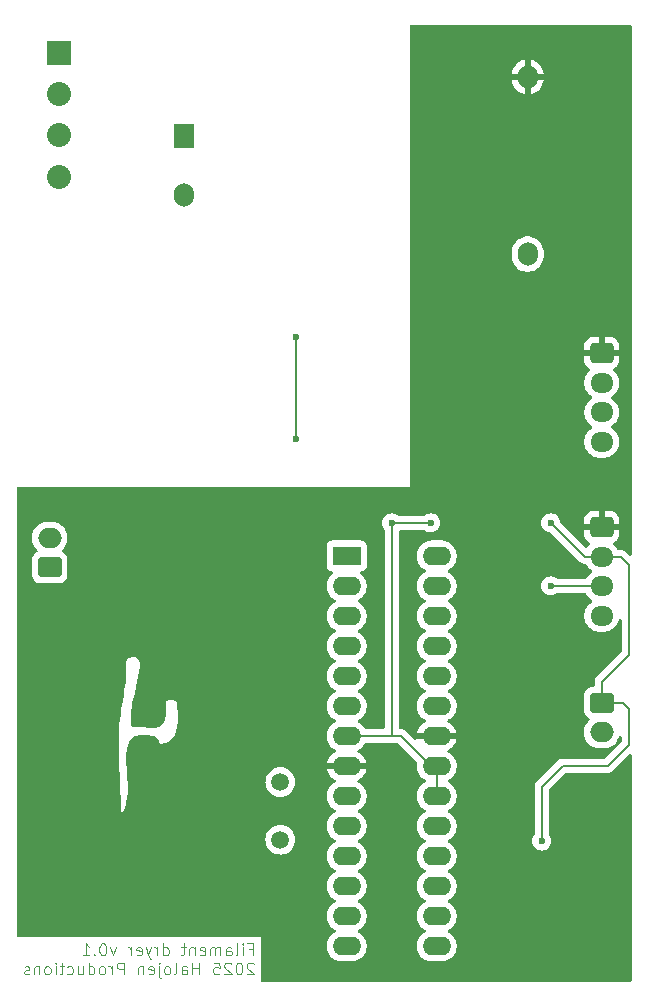
<source format=gbl>
%TF.GenerationSoftware,KiCad,Pcbnew,8.0.6*%
%TF.CreationDate,2025-01-14T16:33:27+13:00*%
%TF.ProjectId,FilamentDryerController1,46696c61-6d65-46e7-9444-72796572436f,rev?*%
%TF.SameCoordinates,Original*%
%TF.FileFunction,Copper,L2,Bot*%
%TF.FilePolarity,Positive*%
%FSLAX46Y46*%
G04 Gerber Fmt 4.6, Leading zero omitted, Abs format (unit mm)*
G04 Created by KiCad (PCBNEW 8.0.6) date 2025-01-14 16:33:27*
%MOMM*%
%LPD*%
G01*
G04 APERTURE LIST*
G04 Aperture macros list*
%AMRoundRect*
0 Rectangle with rounded corners*
0 $1 Rounding radius*
0 $2 $3 $4 $5 $6 $7 $8 $9 X,Y pos of 4 corners*
0 Add a 4 corners polygon primitive as box body*
4,1,4,$2,$3,$4,$5,$6,$7,$8,$9,$2,$3,0*
0 Add four circle primitives for the rounded corners*
1,1,$1+$1,$2,$3*
1,1,$1+$1,$4,$5*
1,1,$1+$1,$6,$7*
1,1,$1+$1,$8,$9*
0 Add four rect primitives between the rounded corners*
20,1,$1+$1,$2,$3,$4,$5,0*
20,1,$1+$1,$4,$5,$6,$7,0*
20,1,$1+$1,$6,$7,$8,$9,0*
20,1,$1+$1,$8,$9,$2,$3,0*%
G04 Aperture macros list end*
%ADD10C,0.100000*%
%TA.AperFunction,NonConductor*%
%ADD11C,0.100000*%
%TD*%
%TA.AperFunction,ComponentPad*%
%ADD12RoundRect,0.250000X0.750000X-0.600000X0.750000X0.600000X-0.750000X0.600000X-0.750000X-0.600000X0*%
%TD*%
%TA.AperFunction,ComponentPad*%
%ADD13O,2.000000X1.700000*%
%TD*%
%TA.AperFunction,ComponentPad*%
%ADD14RoundRect,0.250000X-0.725000X0.600000X-0.725000X-0.600000X0.725000X-0.600000X0.725000X0.600000X0*%
%TD*%
%TA.AperFunction,ComponentPad*%
%ADD15O,1.950000X1.700000*%
%TD*%
%TA.AperFunction,ComponentPad*%
%ADD16RoundRect,0.250000X-0.750000X0.600000X-0.750000X-0.600000X0.750000X-0.600000X0.750000X0.600000X0*%
%TD*%
%TA.AperFunction,ComponentPad*%
%ADD17C,1.500000*%
%TD*%
%TA.AperFunction,ComponentPad*%
%ADD18R,2.032000X2.032000*%
%TD*%
%TA.AperFunction,ComponentPad*%
%ADD19C,2.032000*%
%TD*%
%TA.AperFunction,ComponentPad*%
%ADD20R,1.700000X2.000000*%
%TD*%
%TA.AperFunction,ComponentPad*%
%ADD21O,1.700000X2.000000*%
%TD*%
%TA.AperFunction,ComponentPad*%
%ADD22R,2.400000X1.600000*%
%TD*%
%TA.AperFunction,ComponentPad*%
%ADD23O,2.400000X1.600000*%
%TD*%
%TA.AperFunction,ViaPad*%
%ADD24C,0.600000*%
%TD*%
%TA.AperFunction,Conductor*%
%ADD25C,0.200000*%
%TD*%
G04 APERTURE END LIST*
D10*
D11*
X39494782Y-102386665D02*
X39828115Y-102386665D01*
X39828115Y-102910475D02*
X39828115Y-101910475D01*
X39828115Y-101910475D02*
X39351925Y-101910475D01*
X38970972Y-102910475D02*
X38970972Y-102243808D01*
X38970972Y-101910475D02*
X39018591Y-101958094D01*
X39018591Y-101958094D02*
X38970972Y-102005713D01*
X38970972Y-102005713D02*
X38923353Y-101958094D01*
X38923353Y-101958094D02*
X38970972Y-101910475D01*
X38970972Y-101910475D02*
X38970972Y-102005713D01*
X38351925Y-102910475D02*
X38447163Y-102862856D01*
X38447163Y-102862856D02*
X38494782Y-102767617D01*
X38494782Y-102767617D02*
X38494782Y-101910475D01*
X37542401Y-102910475D02*
X37542401Y-102386665D01*
X37542401Y-102386665D02*
X37590020Y-102291427D01*
X37590020Y-102291427D02*
X37685258Y-102243808D01*
X37685258Y-102243808D02*
X37875734Y-102243808D01*
X37875734Y-102243808D02*
X37970972Y-102291427D01*
X37542401Y-102862856D02*
X37637639Y-102910475D01*
X37637639Y-102910475D02*
X37875734Y-102910475D01*
X37875734Y-102910475D02*
X37970972Y-102862856D01*
X37970972Y-102862856D02*
X38018591Y-102767617D01*
X38018591Y-102767617D02*
X38018591Y-102672379D01*
X38018591Y-102672379D02*
X37970972Y-102577141D01*
X37970972Y-102577141D02*
X37875734Y-102529522D01*
X37875734Y-102529522D02*
X37637639Y-102529522D01*
X37637639Y-102529522D02*
X37542401Y-102481903D01*
X37066210Y-102910475D02*
X37066210Y-102243808D01*
X37066210Y-102339046D02*
X37018591Y-102291427D01*
X37018591Y-102291427D02*
X36923353Y-102243808D01*
X36923353Y-102243808D02*
X36780496Y-102243808D01*
X36780496Y-102243808D02*
X36685258Y-102291427D01*
X36685258Y-102291427D02*
X36637639Y-102386665D01*
X36637639Y-102386665D02*
X36637639Y-102910475D01*
X36637639Y-102386665D02*
X36590020Y-102291427D01*
X36590020Y-102291427D02*
X36494782Y-102243808D01*
X36494782Y-102243808D02*
X36351925Y-102243808D01*
X36351925Y-102243808D02*
X36256686Y-102291427D01*
X36256686Y-102291427D02*
X36209067Y-102386665D01*
X36209067Y-102386665D02*
X36209067Y-102910475D01*
X35351925Y-102862856D02*
X35447163Y-102910475D01*
X35447163Y-102910475D02*
X35637639Y-102910475D01*
X35637639Y-102910475D02*
X35732877Y-102862856D01*
X35732877Y-102862856D02*
X35780496Y-102767617D01*
X35780496Y-102767617D02*
X35780496Y-102386665D01*
X35780496Y-102386665D02*
X35732877Y-102291427D01*
X35732877Y-102291427D02*
X35637639Y-102243808D01*
X35637639Y-102243808D02*
X35447163Y-102243808D01*
X35447163Y-102243808D02*
X35351925Y-102291427D01*
X35351925Y-102291427D02*
X35304306Y-102386665D01*
X35304306Y-102386665D02*
X35304306Y-102481903D01*
X35304306Y-102481903D02*
X35780496Y-102577141D01*
X34875734Y-102243808D02*
X34875734Y-102910475D01*
X34875734Y-102339046D02*
X34828115Y-102291427D01*
X34828115Y-102291427D02*
X34732877Y-102243808D01*
X34732877Y-102243808D02*
X34590020Y-102243808D01*
X34590020Y-102243808D02*
X34494782Y-102291427D01*
X34494782Y-102291427D02*
X34447163Y-102386665D01*
X34447163Y-102386665D02*
X34447163Y-102910475D01*
X34113829Y-102243808D02*
X33732877Y-102243808D01*
X33970972Y-101910475D02*
X33970972Y-102767617D01*
X33970972Y-102767617D02*
X33923353Y-102862856D01*
X33923353Y-102862856D02*
X33828115Y-102910475D01*
X33828115Y-102910475D02*
X33732877Y-102910475D01*
X32209067Y-102910475D02*
X32209067Y-101910475D01*
X32209067Y-102862856D02*
X32304305Y-102910475D01*
X32304305Y-102910475D02*
X32494781Y-102910475D01*
X32494781Y-102910475D02*
X32590019Y-102862856D01*
X32590019Y-102862856D02*
X32637638Y-102815236D01*
X32637638Y-102815236D02*
X32685257Y-102719998D01*
X32685257Y-102719998D02*
X32685257Y-102434284D01*
X32685257Y-102434284D02*
X32637638Y-102339046D01*
X32637638Y-102339046D02*
X32590019Y-102291427D01*
X32590019Y-102291427D02*
X32494781Y-102243808D01*
X32494781Y-102243808D02*
X32304305Y-102243808D01*
X32304305Y-102243808D02*
X32209067Y-102291427D01*
X31732876Y-102910475D02*
X31732876Y-102243808D01*
X31732876Y-102434284D02*
X31685257Y-102339046D01*
X31685257Y-102339046D02*
X31637638Y-102291427D01*
X31637638Y-102291427D02*
X31542400Y-102243808D01*
X31542400Y-102243808D02*
X31447162Y-102243808D01*
X31209066Y-102243808D02*
X30970971Y-102910475D01*
X30732876Y-102243808D02*
X30970971Y-102910475D01*
X30970971Y-102910475D02*
X31066209Y-103148570D01*
X31066209Y-103148570D02*
X31113828Y-103196189D01*
X31113828Y-103196189D02*
X31209066Y-103243808D01*
X29970971Y-102862856D02*
X30066209Y-102910475D01*
X30066209Y-102910475D02*
X30256685Y-102910475D01*
X30256685Y-102910475D02*
X30351923Y-102862856D01*
X30351923Y-102862856D02*
X30399542Y-102767617D01*
X30399542Y-102767617D02*
X30399542Y-102386665D01*
X30399542Y-102386665D02*
X30351923Y-102291427D01*
X30351923Y-102291427D02*
X30256685Y-102243808D01*
X30256685Y-102243808D02*
X30066209Y-102243808D01*
X30066209Y-102243808D02*
X29970971Y-102291427D01*
X29970971Y-102291427D02*
X29923352Y-102386665D01*
X29923352Y-102386665D02*
X29923352Y-102481903D01*
X29923352Y-102481903D02*
X30399542Y-102577141D01*
X29494780Y-102910475D02*
X29494780Y-102243808D01*
X29494780Y-102434284D02*
X29447161Y-102339046D01*
X29447161Y-102339046D02*
X29399542Y-102291427D01*
X29399542Y-102291427D02*
X29304304Y-102243808D01*
X29304304Y-102243808D02*
X29209066Y-102243808D01*
X28209065Y-102243808D02*
X27970970Y-102910475D01*
X27970970Y-102910475D02*
X27732875Y-102243808D01*
X27161446Y-101910475D02*
X27066208Y-101910475D01*
X27066208Y-101910475D02*
X26970970Y-101958094D01*
X26970970Y-101958094D02*
X26923351Y-102005713D01*
X26923351Y-102005713D02*
X26875732Y-102100951D01*
X26875732Y-102100951D02*
X26828113Y-102291427D01*
X26828113Y-102291427D02*
X26828113Y-102529522D01*
X26828113Y-102529522D02*
X26875732Y-102719998D01*
X26875732Y-102719998D02*
X26923351Y-102815236D01*
X26923351Y-102815236D02*
X26970970Y-102862856D01*
X26970970Y-102862856D02*
X27066208Y-102910475D01*
X27066208Y-102910475D02*
X27161446Y-102910475D01*
X27161446Y-102910475D02*
X27256684Y-102862856D01*
X27256684Y-102862856D02*
X27304303Y-102815236D01*
X27304303Y-102815236D02*
X27351922Y-102719998D01*
X27351922Y-102719998D02*
X27399541Y-102529522D01*
X27399541Y-102529522D02*
X27399541Y-102291427D01*
X27399541Y-102291427D02*
X27351922Y-102100951D01*
X27351922Y-102100951D02*
X27304303Y-102005713D01*
X27304303Y-102005713D02*
X27256684Y-101958094D01*
X27256684Y-101958094D02*
X27161446Y-101910475D01*
X26399541Y-102815236D02*
X26351922Y-102862856D01*
X26351922Y-102862856D02*
X26399541Y-102910475D01*
X26399541Y-102910475D02*
X26447160Y-102862856D01*
X26447160Y-102862856D02*
X26399541Y-102815236D01*
X26399541Y-102815236D02*
X26399541Y-102910475D01*
X25399542Y-102910475D02*
X25970970Y-102910475D01*
X25685256Y-102910475D02*
X25685256Y-101910475D01*
X25685256Y-101910475D02*
X25780494Y-102053332D01*
X25780494Y-102053332D02*
X25875732Y-102148570D01*
X25875732Y-102148570D02*
X25970970Y-102196189D01*
X39875734Y-103615657D02*
X39828115Y-103568038D01*
X39828115Y-103568038D02*
X39732877Y-103520419D01*
X39732877Y-103520419D02*
X39494782Y-103520419D01*
X39494782Y-103520419D02*
X39399544Y-103568038D01*
X39399544Y-103568038D02*
X39351925Y-103615657D01*
X39351925Y-103615657D02*
X39304306Y-103710895D01*
X39304306Y-103710895D02*
X39304306Y-103806133D01*
X39304306Y-103806133D02*
X39351925Y-103948990D01*
X39351925Y-103948990D02*
X39923353Y-104520419D01*
X39923353Y-104520419D02*
X39304306Y-104520419D01*
X38685258Y-103520419D02*
X38590020Y-103520419D01*
X38590020Y-103520419D02*
X38494782Y-103568038D01*
X38494782Y-103568038D02*
X38447163Y-103615657D01*
X38447163Y-103615657D02*
X38399544Y-103710895D01*
X38399544Y-103710895D02*
X38351925Y-103901371D01*
X38351925Y-103901371D02*
X38351925Y-104139466D01*
X38351925Y-104139466D02*
X38399544Y-104329942D01*
X38399544Y-104329942D02*
X38447163Y-104425180D01*
X38447163Y-104425180D02*
X38494782Y-104472800D01*
X38494782Y-104472800D02*
X38590020Y-104520419D01*
X38590020Y-104520419D02*
X38685258Y-104520419D01*
X38685258Y-104520419D02*
X38780496Y-104472800D01*
X38780496Y-104472800D02*
X38828115Y-104425180D01*
X38828115Y-104425180D02*
X38875734Y-104329942D01*
X38875734Y-104329942D02*
X38923353Y-104139466D01*
X38923353Y-104139466D02*
X38923353Y-103901371D01*
X38923353Y-103901371D02*
X38875734Y-103710895D01*
X38875734Y-103710895D02*
X38828115Y-103615657D01*
X38828115Y-103615657D02*
X38780496Y-103568038D01*
X38780496Y-103568038D02*
X38685258Y-103520419D01*
X37970972Y-103615657D02*
X37923353Y-103568038D01*
X37923353Y-103568038D02*
X37828115Y-103520419D01*
X37828115Y-103520419D02*
X37590020Y-103520419D01*
X37590020Y-103520419D02*
X37494782Y-103568038D01*
X37494782Y-103568038D02*
X37447163Y-103615657D01*
X37447163Y-103615657D02*
X37399544Y-103710895D01*
X37399544Y-103710895D02*
X37399544Y-103806133D01*
X37399544Y-103806133D02*
X37447163Y-103948990D01*
X37447163Y-103948990D02*
X38018591Y-104520419D01*
X38018591Y-104520419D02*
X37399544Y-104520419D01*
X36494782Y-103520419D02*
X36970972Y-103520419D01*
X36970972Y-103520419D02*
X37018591Y-103996609D01*
X37018591Y-103996609D02*
X36970972Y-103948990D01*
X36970972Y-103948990D02*
X36875734Y-103901371D01*
X36875734Y-103901371D02*
X36637639Y-103901371D01*
X36637639Y-103901371D02*
X36542401Y-103948990D01*
X36542401Y-103948990D02*
X36494782Y-103996609D01*
X36494782Y-103996609D02*
X36447163Y-104091847D01*
X36447163Y-104091847D02*
X36447163Y-104329942D01*
X36447163Y-104329942D02*
X36494782Y-104425180D01*
X36494782Y-104425180D02*
X36542401Y-104472800D01*
X36542401Y-104472800D02*
X36637639Y-104520419D01*
X36637639Y-104520419D02*
X36875734Y-104520419D01*
X36875734Y-104520419D02*
X36970972Y-104472800D01*
X36970972Y-104472800D02*
X37018591Y-104425180D01*
X35256686Y-104520419D02*
X35256686Y-103520419D01*
X35256686Y-103996609D02*
X34685258Y-103996609D01*
X34685258Y-104520419D02*
X34685258Y-103520419D01*
X33780496Y-104520419D02*
X33780496Y-103996609D01*
X33780496Y-103996609D02*
X33828115Y-103901371D01*
X33828115Y-103901371D02*
X33923353Y-103853752D01*
X33923353Y-103853752D02*
X34113829Y-103853752D01*
X34113829Y-103853752D02*
X34209067Y-103901371D01*
X33780496Y-104472800D02*
X33875734Y-104520419D01*
X33875734Y-104520419D02*
X34113829Y-104520419D01*
X34113829Y-104520419D02*
X34209067Y-104472800D01*
X34209067Y-104472800D02*
X34256686Y-104377561D01*
X34256686Y-104377561D02*
X34256686Y-104282323D01*
X34256686Y-104282323D02*
X34209067Y-104187085D01*
X34209067Y-104187085D02*
X34113829Y-104139466D01*
X34113829Y-104139466D02*
X33875734Y-104139466D01*
X33875734Y-104139466D02*
X33780496Y-104091847D01*
X33161448Y-104520419D02*
X33256686Y-104472800D01*
X33256686Y-104472800D02*
X33304305Y-104377561D01*
X33304305Y-104377561D02*
X33304305Y-103520419D01*
X32637638Y-104520419D02*
X32732876Y-104472800D01*
X32732876Y-104472800D02*
X32780495Y-104425180D01*
X32780495Y-104425180D02*
X32828114Y-104329942D01*
X32828114Y-104329942D02*
X32828114Y-104044228D01*
X32828114Y-104044228D02*
X32780495Y-103948990D01*
X32780495Y-103948990D02*
X32732876Y-103901371D01*
X32732876Y-103901371D02*
X32637638Y-103853752D01*
X32637638Y-103853752D02*
X32494781Y-103853752D01*
X32494781Y-103853752D02*
X32399543Y-103901371D01*
X32399543Y-103901371D02*
X32351924Y-103948990D01*
X32351924Y-103948990D02*
X32304305Y-104044228D01*
X32304305Y-104044228D02*
X32304305Y-104329942D01*
X32304305Y-104329942D02*
X32351924Y-104425180D01*
X32351924Y-104425180D02*
X32399543Y-104472800D01*
X32399543Y-104472800D02*
X32494781Y-104520419D01*
X32494781Y-104520419D02*
X32637638Y-104520419D01*
X31875733Y-103853752D02*
X31875733Y-104710895D01*
X31875733Y-104710895D02*
X31923352Y-104806133D01*
X31923352Y-104806133D02*
X32018590Y-104853752D01*
X32018590Y-104853752D02*
X32066209Y-104853752D01*
X31875733Y-103520419D02*
X31923352Y-103568038D01*
X31923352Y-103568038D02*
X31875733Y-103615657D01*
X31875733Y-103615657D02*
X31828114Y-103568038D01*
X31828114Y-103568038D02*
X31875733Y-103520419D01*
X31875733Y-103520419D02*
X31875733Y-103615657D01*
X31018591Y-104472800D02*
X31113829Y-104520419D01*
X31113829Y-104520419D02*
X31304305Y-104520419D01*
X31304305Y-104520419D02*
X31399543Y-104472800D01*
X31399543Y-104472800D02*
X31447162Y-104377561D01*
X31447162Y-104377561D02*
X31447162Y-103996609D01*
X31447162Y-103996609D02*
X31399543Y-103901371D01*
X31399543Y-103901371D02*
X31304305Y-103853752D01*
X31304305Y-103853752D02*
X31113829Y-103853752D01*
X31113829Y-103853752D02*
X31018591Y-103901371D01*
X31018591Y-103901371D02*
X30970972Y-103996609D01*
X30970972Y-103996609D02*
X30970972Y-104091847D01*
X30970972Y-104091847D02*
X31447162Y-104187085D01*
X30542400Y-103853752D02*
X30542400Y-104520419D01*
X30542400Y-103948990D02*
X30494781Y-103901371D01*
X30494781Y-103901371D02*
X30399543Y-103853752D01*
X30399543Y-103853752D02*
X30256686Y-103853752D01*
X30256686Y-103853752D02*
X30161448Y-103901371D01*
X30161448Y-103901371D02*
X30113829Y-103996609D01*
X30113829Y-103996609D02*
X30113829Y-104520419D01*
X28875733Y-104520419D02*
X28875733Y-103520419D01*
X28875733Y-103520419D02*
X28494781Y-103520419D01*
X28494781Y-103520419D02*
X28399543Y-103568038D01*
X28399543Y-103568038D02*
X28351924Y-103615657D01*
X28351924Y-103615657D02*
X28304305Y-103710895D01*
X28304305Y-103710895D02*
X28304305Y-103853752D01*
X28304305Y-103853752D02*
X28351924Y-103948990D01*
X28351924Y-103948990D02*
X28399543Y-103996609D01*
X28399543Y-103996609D02*
X28494781Y-104044228D01*
X28494781Y-104044228D02*
X28875733Y-104044228D01*
X27875733Y-104520419D02*
X27875733Y-103853752D01*
X27875733Y-104044228D02*
X27828114Y-103948990D01*
X27828114Y-103948990D02*
X27780495Y-103901371D01*
X27780495Y-103901371D02*
X27685257Y-103853752D01*
X27685257Y-103853752D02*
X27590019Y-103853752D01*
X27113828Y-104520419D02*
X27209066Y-104472800D01*
X27209066Y-104472800D02*
X27256685Y-104425180D01*
X27256685Y-104425180D02*
X27304304Y-104329942D01*
X27304304Y-104329942D02*
X27304304Y-104044228D01*
X27304304Y-104044228D02*
X27256685Y-103948990D01*
X27256685Y-103948990D02*
X27209066Y-103901371D01*
X27209066Y-103901371D02*
X27113828Y-103853752D01*
X27113828Y-103853752D02*
X26970971Y-103853752D01*
X26970971Y-103853752D02*
X26875733Y-103901371D01*
X26875733Y-103901371D02*
X26828114Y-103948990D01*
X26828114Y-103948990D02*
X26780495Y-104044228D01*
X26780495Y-104044228D02*
X26780495Y-104329942D01*
X26780495Y-104329942D02*
X26828114Y-104425180D01*
X26828114Y-104425180D02*
X26875733Y-104472800D01*
X26875733Y-104472800D02*
X26970971Y-104520419D01*
X26970971Y-104520419D02*
X27113828Y-104520419D01*
X25923352Y-104520419D02*
X25923352Y-103520419D01*
X25923352Y-104472800D02*
X26018590Y-104520419D01*
X26018590Y-104520419D02*
X26209066Y-104520419D01*
X26209066Y-104520419D02*
X26304304Y-104472800D01*
X26304304Y-104472800D02*
X26351923Y-104425180D01*
X26351923Y-104425180D02*
X26399542Y-104329942D01*
X26399542Y-104329942D02*
X26399542Y-104044228D01*
X26399542Y-104044228D02*
X26351923Y-103948990D01*
X26351923Y-103948990D02*
X26304304Y-103901371D01*
X26304304Y-103901371D02*
X26209066Y-103853752D01*
X26209066Y-103853752D02*
X26018590Y-103853752D01*
X26018590Y-103853752D02*
X25923352Y-103901371D01*
X25018590Y-103853752D02*
X25018590Y-104520419D01*
X25447161Y-103853752D02*
X25447161Y-104377561D01*
X25447161Y-104377561D02*
X25399542Y-104472800D01*
X25399542Y-104472800D02*
X25304304Y-104520419D01*
X25304304Y-104520419D02*
X25161447Y-104520419D01*
X25161447Y-104520419D02*
X25066209Y-104472800D01*
X25066209Y-104472800D02*
X25018590Y-104425180D01*
X24113828Y-104472800D02*
X24209066Y-104520419D01*
X24209066Y-104520419D02*
X24399542Y-104520419D01*
X24399542Y-104520419D02*
X24494780Y-104472800D01*
X24494780Y-104472800D02*
X24542399Y-104425180D01*
X24542399Y-104425180D02*
X24590018Y-104329942D01*
X24590018Y-104329942D02*
X24590018Y-104044228D01*
X24590018Y-104044228D02*
X24542399Y-103948990D01*
X24542399Y-103948990D02*
X24494780Y-103901371D01*
X24494780Y-103901371D02*
X24399542Y-103853752D01*
X24399542Y-103853752D02*
X24209066Y-103853752D01*
X24209066Y-103853752D02*
X24113828Y-103901371D01*
X23828113Y-103853752D02*
X23447161Y-103853752D01*
X23685256Y-103520419D02*
X23685256Y-104377561D01*
X23685256Y-104377561D02*
X23637637Y-104472800D01*
X23637637Y-104472800D02*
X23542399Y-104520419D01*
X23542399Y-104520419D02*
X23447161Y-104520419D01*
X23113827Y-104520419D02*
X23113827Y-103853752D01*
X23113827Y-103520419D02*
X23161446Y-103568038D01*
X23161446Y-103568038D02*
X23113827Y-103615657D01*
X23113827Y-103615657D02*
X23066208Y-103568038D01*
X23066208Y-103568038D02*
X23113827Y-103520419D01*
X23113827Y-103520419D02*
X23113827Y-103615657D01*
X22494780Y-104520419D02*
X22590018Y-104472800D01*
X22590018Y-104472800D02*
X22637637Y-104425180D01*
X22637637Y-104425180D02*
X22685256Y-104329942D01*
X22685256Y-104329942D02*
X22685256Y-104044228D01*
X22685256Y-104044228D02*
X22637637Y-103948990D01*
X22637637Y-103948990D02*
X22590018Y-103901371D01*
X22590018Y-103901371D02*
X22494780Y-103853752D01*
X22494780Y-103853752D02*
X22351923Y-103853752D01*
X22351923Y-103853752D02*
X22256685Y-103901371D01*
X22256685Y-103901371D02*
X22209066Y-103948990D01*
X22209066Y-103948990D02*
X22161447Y-104044228D01*
X22161447Y-104044228D02*
X22161447Y-104329942D01*
X22161447Y-104329942D02*
X22209066Y-104425180D01*
X22209066Y-104425180D02*
X22256685Y-104472800D01*
X22256685Y-104472800D02*
X22351923Y-104520419D01*
X22351923Y-104520419D02*
X22494780Y-104520419D01*
X21732875Y-103853752D02*
X21732875Y-104520419D01*
X21732875Y-103948990D02*
X21685256Y-103901371D01*
X21685256Y-103901371D02*
X21590018Y-103853752D01*
X21590018Y-103853752D02*
X21447161Y-103853752D01*
X21447161Y-103853752D02*
X21351923Y-103901371D01*
X21351923Y-103901371D02*
X21304304Y-103996609D01*
X21304304Y-103996609D02*
X21304304Y-104520419D01*
X20875732Y-104472800D02*
X20780494Y-104520419D01*
X20780494Y-104520419D02*
X20590018Y-104520419D01*
X20590018Y-104520419D02*
X20494780Y-104472800D01*
X20494780Y-104472800D02*
X20447161Y-104377561D01*
X20447161Y-104377561D02*
X20447161Y-104329942D01*
X20447161Y-104329942D02*
X20494780Y-104234704D01*
X20494780Y-104234704D02*
X20590018Y-104187085D01*
X20590018Y-104187085D02*
X20732875Y-104187085D01*
X20732875Y-104187085D02*
X20828113Y-104139466D01*
X20828113Y-104139466D02*
X20875732Y-104044228D01*
X20875732Y-104044228D02*
X20875732Y-103996609D01*
X20875732Y-103996609D02*
X20828113Y-103901371D01*
X20828113Y-103901371D02*
X20732875Y-103853752D01*
X20732875Y-103853752D02*
X20590018Y-103853752D01*
X20590018Y-103853752D02*
X20494780Y-103901371D01*
D10*
G36*
X34338693Y-91871824D02*
G01*
X27563706Y-91871824D01*
X27563706Y-84431364D01*
X28452595Y-84431364D01*
X28452595Y-84677561D01*
X28454313Y-85068518D01*
X28459465Y-85460299D01*
X28468051Y-85852904D01*
X28480073Y-86246333D01*
X28495529Y-86640587D01*
X28501444Y-86772188D01*
X28519762Y-87173174D01*
X28538080Y-87586249D01*
X28556399Y-88011415D01*
X28574717Y-88448671D01*
X28593035Y-88898017D01*
X28599141Y-89050485D01*
X28615742Y-89492298D01*
X28628908Y-89897428D01*
X28639928Y-90323717D01*
X28646797Y-90749769D01*
X28647990Y-90982935D01*
X28877692Y-90613723D01*
X29042900Y-90210975D01*
X29097397Y-90013779D01*
X29173303Y-89590079D01*
X29212107Y-89160169D01*
X29221960Y-88778887D01*
X29213030Y-88363064D01*
X29191945Y-87940982D01*
X29162364Y-87502375D01*
X29158457Y-87450206D01*
X29127760Y-87028137D01*
X29102458Y-86622618D01*
X29094954Y-86408755D01*
X29103655Y-85969972D01*
X29134245Y-85557795D01*
X29209293Y-85142384D01*
X29234173Y-85062488D01*
X29438535Y-84675230D01*
X29814249Y-84374028D01*
X30328495Y-84262154D01*
X30382114Y-84261371D01*
X30877851Y-84276484D01*
X31370835Y-84349633D01*
X31432358Y-84368838D01*
X31803292Y-84630066D01*
X31979462Y-85011685D01*
X32471049Y-84946045D01*
X32895537Y-84722212D01*
X33175749Y-84380883D01*
X33198234Y-84339529D01*
X33341462Y-83943875D01*
X33414427Y-83541160D01*
X33445873Y-83123505D01*
X33449804Y-82893612D01*
X33442935Y-82495740D01*
X33437592Y-82319152D01*
X33424669Y-81926896D01*
X33422937Y-81801357D01*
X33388743Y-81598147D01*
X33352107Y-81459418D01*
X33039476Y-81299194D01*
X32792791Y-81260115D01*
X32485045Y-81383214D01*
X32443524Y-81637226D01*
X32428869Y-81893193D01*
X32428869Y-82192146D01*
X32417897Y-82602398D01*
X32370828Y-82993091D01*
X32316517Y-83169117D01*
X32028005Y-83488350D01*
X31530055Y-83628813D01*
X31349316Y-83636110D01*
X30844019Y-83624501D01*
X30719169Y-83618524D01*
X30215995Y-83595163D01*
X29713847Y-83577852D01*
X29668925Y-83577491D01*
X29515052Y-83464163D01*
X29502840Y-83081190D01*
X29473531Y-82694309D01*
X29492271Y-82291269D01*
X29540394Y-81898496D01*
X29618132Y-81473238D01*
X29710446Y-81074491D01*
X29808220Y-80685795D01*
X29923624Y-80212041D01*
X30021932Y-79789149D01*
X30120774Y-79332062D01*
X30204122Y-78888464D01*
X30255413Y-78475022D01*
X30257550Y-78403451D01*
X30230683Y-78172886D01*
X30159853Y-77893472D01*
X29852107Y-77666815D01*
X29585882Y-77633598D01*
X29180439Y-77823130D01*
X29097397Y-78120129D01*
X29082742Y-78462069D01*
X29090069Y-78686773D01*
X29094954Y-78921246D01*
X29075906Y-79341437D01*
X29031985Y-79770753D01*
X28971535Y-80216985D01*
X28933754Y-80462907D01*
X28863346Y-80908711D01*
X28793171Y-81360499D01*
X28733208Y-81752509D01*
X28673416Y-82148915D01*
X28613796Y-82549718D01*
X28559013Y-82943307D01*
X28509425Y-83378706D01*
X28475264Y-83788487D01*
X28455114Y-84225437D01*
X28452595Y-84431364D01*
X27563706Y-84431364D01*
X27563706Y-76744709D01*
X34338693Y-76744709D01*
X34338693Y-91871824D01*
G37*
D12*
%TO.P,J3,1,Pin_1*%
%TO.N,+5V*%
X22606000Y-70064000D03*
D13*
%TO.P,J3,2,Pin_2*%
%TO.N,Net-(J3-Pin_2)*%
X22606000Y-67564000D03*
%TD*%
D14*
%TO.P,J1,1,Pin_1*%
%TO.N,GND*%
X69342000Y-51936000D03*
D15*
%TO.P,J1,2,Pin_2*%
%TO.N,+5V*%
X69342000Y-54436000D03*
%TO.P,J1,3,Pin_3*%
%TO.N,/pSDA*%
X69342000Y-56936000D03*
%TO.P,J1,4,Pin_4*%
%TO.N,/pSCL*%
X69342000Y-59436000D03*
%TD*%
D16*
%TO.P,J4,1*%
%TO.N,+5V*%
X69342000Y-81534000D03*
D13*
%TO.P,J4,2*%
%TO.N,/pTemp*%
X69342000Y-84034000D03*
%TD*%
D17*
%TO.P,Y1,1,1*%
%TO.N,/pCry1*%
X42138600Y-88243000D03*
%TO.P,Y1,2,2*%
%TO.N,/pCry2*%
X42138600Y-93123000D03*
%TD*%
D18*
%TO.P,J5,1,Pin_1*%
%TO.N,+AC*%
X23368000Y-26500000D03*
D19*
%TO.P,J5,2,Pin_2*%
%TO.N,-AC*%
X23368000Y-30000000D03*
%TO.P,J5,3,Pin_3*%
X23368000Y-33500000D03*
%TO.P,J5,4,Pin_4*%
%TO.N,Heater*%
X23368000Y-37000000D03*
%TD*%
D14*
%TO.P,J2,1,Pin_1*%
%TO.N,GND*%
X69342000Y-66668000D03*
D15*
%TO.P,J2,2,Pin_2*%
%TO.N,+5V*%
X69342000Y-69168000D03*
%TO.P,J2,3,Pin_3*%
%TO.N,/pSDA*%
X69342000Y-71668000D03*
%TO.P,J2,4,Pin_4*%
%TO.N,/pSCL*%
X69342000Y-74168000D03*
%TD*%
D20*
%TO.P,PS1,1,AC/L*%
%TO.N,+AC*%
X34002500Y-33542500D03*
D21*
%TO.P,PS1,2,AC/N*%
%TO.N,-AC*%
X34002500Y-38542500D03*
%TO.P,PS1,3,-Vout*%
%TO.N,GND*%
X63082500Y-28542500D03*
%TO.P,PS1,4,+Vout*%
%TO.N,+5V*%
X63082500Y-43542500D03*
%TD*%
D22*
%TO.P,U1,1,~{RESET}/PC6*%
%TO.N,/pReset*%
X47752000Y-69088000D03*
D23*
%TO.P,U1,2,PD0*%
%TO.N,Net-(U1-PD0)*%
X47752000Y-71628000D03*
%TO.P,U1,3,PD1*%
%TO.N,Net-(U1-PD1)*%
X47752000Y-74168000D03*
%TO.P,U1,4,PD2*%
%TO.N,/pButt*%
X47752000Y-76708000D03*
%TO.P,U1,5,PD3*%
%TO.N,/pFan_sense*%
X47752000Y-79248000D03*
%TO.P,U1,6,PD4*%
%TO.N,Net-(U1-PD4)*%
X47752000Y-81788000D03*
%TO.P,U1,7,VCC*%
%TO.N,+5V*%
X47752000Y-84328000D03*
%TO.P,U1,8,GND*%
%TO.N,GND*%
X47752000Y-86868000D03*
%TO.P,U1,9,XTAL1/PB6*%
%TO.N,/pCry1*%
X47752000Y-89408000D03*
%TO.P,U1,10,XTAL2/PB7*%
%TO.N,/pCry2*%
X47752000Y-91948000D03*
%TO.P,U1,11,PD5*%
%TO.N,/pFan_pwm*%
X47752000Y-94488000D03*
%TO.P,U1,12,PD6*%
%TO.N,Net-(U1-PD6)*%
X47752000Y-97028000D03*
%TO.P,U1,13,PD7*%
%TO.N,Net-(U1-PD7)*%
X47752000Y-99568000D03*
%TO.P,U1,14,PB0*%
%TO.N,Net-(U1-PB0)*%
X47752000Y-102108000D03*
%TO.P,U1,15,PB1*%
%TO.N,/pHeat*%
X55372000Y-102108000D03*
%TO.P,U1,16,PB2*%
%TO.N,Net-(U1-PB2)*%
X55372000Y-99568000D03*
%TO.P,U1,17,PB3*%
%TO.N,Net-(U1-PB3)*%
X55372000Y-97028000D03*
%TO.P,U1,18,PB4*%
%TO.N,/pLed_ok*%
X55372000Y-94488000D03*
%TO.P,U1,19,PB5*%
%TO.N,/pLed_heat*%
X55372000Y-91948000D03*
%TO.P,U1,20,AVCC*%
%TO.N,+5V*%
X55372000Y-89408000D03*
%TO.P,U1,21,AREF*%
X55372000Y-86868000D03*
%TO.P,U1,22,GND*%
%TO.N,GND*%
X55372000Y-84328000D03*
%TO.P,U1,23,PC0*%
%TO.N,/pTemp*%
X55372000Y-81788000D03*
%TO.P,U1,24,PC1*%
%TO.N,Net-(U1-PC1)*%
X55372000Y-79248000D03*
%TO.P,U1,25,PC2*%
%TO.N,Net-(U1-PC2)*%
X55372000Y-76708000D03*
%TO.P,U1,26,PC3*%
%TO.N,Net-(U1-PC3)*%
X55372000Y-74168000D03*
%TO.P,U1,27,PC4*%
%TO.N,/pSDA*%
X55372000Y-71628000D03*
%TO.P,U1,28,PC5*%
%TO.N,/pSCL*%
X55372000Y-69088000D03*
%TD*%
D24*
%TO.N,GND*%
X34479000Y-72833000D03*
X57912000Y-93218000D03*
X37592000Y-90678000D03*
%TO.N,+5V*%
X51562000Y-66294000D03*
X64262000Y-93233000D03*
X65024000Y-66294000D03*
X54864000Y-66294000D03*
%TO.N,/pSDA*%
X65024000Y-71628000D03*
%TO.N,Net-(R5-Pad1)*%
X43434000Y-50546000D03*
X43434000Y-59182000D03*
%TD*%
D25*
%TO.N,+5V*%
X51562000Y-66294000D02*
X51562000Y-84328000D01*
X70946000Y-69168000D02*
X71628000Y-69850000D01*
X51562000Y-84328000D02*
X51816000Y-84328000D01*
X71628000Y-82042000D02*
X71628000Y-85090000D01*
X69342000Y-79756000D02*
X69342000Y-81534000D01*
X64262000Y-88646000D02*
X64262000Y-93233000D01*
X69850000Y-86868000D02*
X66040000Y-86868000D01*
X71628000Y-85090000D02*
X69850000Y-86868000D01*
X69342000Y-69168000D02*
X70946000Y-69168000D01*
X69342000Y-81534000D02*
X71120000Y-81534000D01*
X66040000Y-86868000D02*
X64262000Y-88646000D01*
X65024000Y-66294000D02*
X67898000Y-69168000D01*
X52324000Y-84328000D02*
X54864000Y-86868000D01*
X54864000Y-86868000D02*
X55372000Y-86868000D01*
X51816000Y-84328000D02*
X47752000Y-84328000D01*
X71628000Y-77470000D02*
X69342000Y-79756000D01*
X54864000Y-66294000D02*
X51562000Y-66294000D01*
X71628000Y-69850000D02*
X71628000Y-77470000D01*
X71120000Y-81534000D02*
X71628000Y-82042000D01*
X55372000Y-86868000D02*
X55372000Y-89408000D01*
X67898000Y-69168000D02*
X69342000Y-69168000D01*
X51816000Y-84328000D02*
X52324000Y-84328000D01*
%TO.N,/pSDA*%
X69302000Y-71628000D02*
X69342000Y-71668000D01*
X65024000Y-71628000D02*
X69302000Y-71628000D01*
%TO.N,Net-(R5-Pad1)*%
X43434000Y-50546000D02*
X43434000Y-59182000D01*
%TD*%
%TA.AperFunction,Conductor*%
%TO.N,GND*%
G36*
X71825039Y-24149685D02*
G01*
X71870794Y-24202489D01*
X71882000Y-24254000D01*
X71882000Y-68955402D01*
X71862315Y-69022441D01*
X71809511Y-69068196D01*
X71740353Y-69078140D01*
X71676797Y-69049115D01*
X71670319Y-69043083D01*
X71433590Y-68806355D01*
X71433588Y-68806352D01*
X71314717Y-68687481D01*
X71314716Y-68687480D01*
X71227904Y-68637360D01*
X71227904Y-68637359D01*
X71227900Y-68637358D01*
X71177785Y-68608423D01*
X71025057Y-68567499D01*
X70866943Y-68567499D01*
X70859347Y-68567499D01*
X70859331Y-68567500D01*
X70752719Y-68567500D01*
X70685680Y-68547815D01*
X70642235Y-68499795D01*
X70622052Y-68460185D01*
X70622051Y-68460184D01*
X70497109Y-68288213D01*
X70357931Y-68149035D01*
X70324446Y-68087712D01*
X70329430Y-68018020D01*
X70371302Y-67962087D01*
X70380516Y-67955815D01*
X70535343Y-67860317D01*
X70659315Y-67736345D01*
X70751356Y-67587124D01*
X70751358Y-67587119D01*
X70806505Y-67420697D01*
X70806506Y-67420690D01*
X70816999Y-67317986D01*
X70817000Y-67317973D01*
X70817000Y-66918000D01*
X69746146Y-66918000D01*
X69784630Y-66851343D01*
X69817000Y-66730535D01*
X69817000Y-66605465D01*
X69784630Y-66484657D01*
X69746146Y-66418000D01*
X70816999Y-66418000D01*
X70816999Y-66018028D01*
X70816998Y-66018013D01*
X70806505Y-65915302D01*
X70751358Y-65748880D01*
X70751356Y-65748875D01*
X70659315Y-65599654D01*
X70535345Y-65475684D01*
X70386124Y-65383643D01*
X70386119Y-65383641D01*
X70219697Y-65328494D01*
X70219690Y-65328493D01*
X70116986Y-65318000D01*
X69592000Y-65318000D01*
X69592000Y-66263854D01*
X69525343Y-66225370D01*
X69404535Y-66193000D01*
X69279465Y-66193000D01*
X69158657Y-66225370D01*
X69092000Y-66263854D01*
X69092000Y-65318000D01*
X68567028Y-65318000D01*
X68567012Y-65318001D01*
X68464302Y-65328494D01*
X68297880Y-65383641D01*
X68297875Y-65383643D01*
X68148654Y-65475684D01*
X68024684Y-65599654D01*
X67932643Y-65748875D01*
X67932641Y-65748880D01*
X67877494Y-65915302D01*
X67877493Y-65915309D01*
X67867000Y-66018013D01*
X67867000Y-66418000D01*
X68937854Y-66418000D01*
X68899370Y-66484657D01*
X68867000Y-66605465D01*
X68867000Y-66730535D01*
X68899370Y-66851343D01*
X68937854Y-66918000D01*
X67867001Y-66918000D01*
X67867001Y-67317986D01*
X67877494Y-67420697D01*
X67932641Y-67587119D01*
X67932643Y-67587124D01*
X68024684Y-67736345D01*
X68148654Y-67860315D01*
X68303484Y-67955815D01*
X68350208Y-68007763D01*
X68361431Y-68076726D01*
X68333587Y-68140808D01*
X68326069Y-68149035D01*
X68186892Y-68288212D01*
X68137805Y-68355775D01*
X68082475Y-68398440D01*
X68012861Y-68404419D01*
X67951066Y-68371813D01*
X67949806Y-68370570D01*
X65854700Y-66275465D01*
X65821215Y-66214142D01*
X65819163Y-66201686D01*
X65809368Y-66114745D01*
X65749789Y-65944478D01*
X65653816Y-65791738D01*
X65526262Y-65664184D01*
X65373523Y-65568211D01*
X65203254Y-65508631D01*
X65203249Y-65508630D01*
X65024004Y-65488435D01*
X65023996Y-65488435D01*
X64844750Y-65508630D01*
X64844745Y-65508631D01*
X64674476Y-65568211D01*
X64521737Y-65664184D01*
X64394184Y-65791737D01*
X64298211Y-65944476D01*
X64238631Y-66114745D01*
X64238630Y-66114750D01*
X64218435Y-66293996D01*
X64218435Y-66294003D01*
X64238630Y-66473249D01*
X64238631Y-66473254D01*
X64298211Y-66643523D01*
X64352885Y-66730535D01*
X64394184Y-66796262D01*
X64521738Y-66923816D01*
X64674478Y-67019789D01*
X64844745Y-67079368D01*
X64931669Y-67089161D01*
X64996080Y-67116226D01*
X65005464Y-67124699D01*
X67529284Y-69648520D01*
X67529286Y-69648521D01*
X67529290Y-69648524D01*
X67666209Y-69727573D01*
X67666216Y-69727577D01*
X67818943Y-69768501D01*
X67818945Y-69768501D01*
X67931282Y-69768501D01*
X67998321Y-69788186D01*
X68041767Y-69836206D01*
X68061951Y-69875820D01*
X68186890Y-70047786D01*
X68337209Y-70198105D01*
X68337214Y-70198109D01*
X68501793Y-70317682D01*
X68544459Y-70373011D01*
X68550438Y-70442625D01*
X68517833Y-70504420D01*
X68501793Y-70518318D01*
X68337214Y-70637890D01*
X68337209Y-70637894D01*
X68186890Y-70788213D01*
X68061956Y-70960173D01*
X68059408Y-70964332D01*
X68058428Y-70963731D01*
X68014176Y-71010589D01*
X67951663Y-71027500D01*
X65606412Y-71027500D01*
X65539373Y-71007815D01*
X65529097Y-71000445D01*
X65526263Y-70998185D01*
X65526262Y-70998184D01*
X65465768Y-70960173D01*
X65373523Y-70902211D01*
X65203254Y-70842631D01*
X65203249Y-70842630D01*
X65024004Y-70822435D01*
X65023996Y-70822435D01*
X64844750Y-70842630D01*
X64844745Y-70842631D01*
X64674476Y-70902211D01*
X64521737Y-70998184D01*
X64394184Y-71125737D01*
X64298211Y-71278476D01*
X64238631Y-71448745D01*
X64238630Y-71448750D01*
X64218435Y-71627996D01*
X64218435Y-71628003D01*
X64238630Y-71807249D01*
X64238631Y-71807254D01*
X64298211Y-71977523D01*
X64392272Y-72127219D01*
X64394184Y-72130262D01*
X64521738Y-72257816D01*
X64674478Y-72353789D01*
X64844745Y-72413368D01*
X64844750Y-72413369D01*
X65023996Y-72433565D01*
X65024000Y-72433565D01*
X65024004Y-72433565D01*
X65203249Y-72413369D01*
X65203252Y-72413368D01*
X65203255Y-72413368D01*
X65373522Y-72353789D01*
X65526262Y-72257816D01*
X65526267Y-72257810D01*
X65529097Y-72255555D01*
X65531275Y-72254665D01*
X65532158Y-72254111D01*
X65532255Y-72254265D01*
X65593783Y-72229145D01*
X65606412Y-72228500D01*
X67910900Y-72228500D01*
X67977939Y-72248185D01*
X68021385Y-72296205D01*
X68061951Y-72375819D01*
X68186890Y-72547786D01*
X68337209Y-72698105D01*
X68337214Y-72698109D01*
X68501793Y-72817682D01*
X68544459Y-72873011D01*
X68550438Y-72942625D01*
X68517833Y-73004420D01*
X68501793Y-73018318D01*
X68337214Y-73137890D01*
X68337209Y-73137894D01*
X68186890Y-73288213D01*
X68061951Y-73460179D01*
X67965444Y-73649585D01*
X67899753Y-73851760D01*
X67866500Y-74061713D01*
X67866500Y-74274286D01*
X67899753Y-74484239D01*
X67965444Y-74686414D01*
X68061951Y-74875820D01*
X68186890Y-75047786D01*
X68337213Y-75198109D01*
X68509179Y-75323048D01*
X68509181Y-75323049D01*
X68509184Y-75323051D01*
X68698588Y-75419557D01*
X68900757Y-75485246D01*
X69110713Y-75518500D01*
X69110714Y-75518500D01*
X69573286Y-75518500D01*
X69573287Y-75518500D01*
X69783243Y-75485246D01*
X69985412Y-75419557D01*
X70174816Y-75323051D01*
X70233680Y-75280284D01*
X70346786Y-75198109D01*
X70346788Y-75198106D01*
X70346792Y-75198104D01*
X70497104Y-75047792D01*
X70497106Y-75047788D01*
X70497109Y-75047786D01*
X70622048Y-74875820D01*
X70622047Y-74875820D01*
X70622051Y-74875816D01*
X70718557Y-74686412D01*
X70784246Y-74484243D01*
X70784247Y-74484239D01*
X70785569Y-74480170D01*
X70825007Y-74422494D01*
X70889365Y-74395296D01*
X70958212Y-74407211D01*
X71009687Y-74454455D01*
X71027500Y-74518488D01*
X71027500Y-77169902D01*
X71007815Y-77236941D01*
X70991181Y-77257583D01*
X68861481Y-79387282D01*
X68861479Y-79387285D01*
X68811361Y-79474094D01*
X68811359Y-79474096D01*
X68782425Y-79524209D01*
X68782424Y-79524210D01*
X68782423Y-79524215D01*
X68741499Y-79676943D01*
X68741499Y-79676945D01*
X68741499Y-79845046D01*
X68741500Y-79845059D01*
X68741500Y-80059500D01*
X68721815Y-80126539D01*
X68669011Y-80172294D01*
X68617502Y-80183500D01*
X68541999Y-80183500D01*
X68541980Y-80183501D01*
X68439203Y-80194000D01*
X68439200Y-80194001D01*
X68272668Y-80249185D01*
X68272663Y-80249187D01*
X68123342Y-80341289D01*
X67999289Y-80465342D01*
X67907187Y-80614663D01*
X67907186Y-80614666D01*
X67852001Y-80781203D01*
X67852001Y-80781204D01*
X67852000Y-80781204D01*
X67841500Y-80883983D01*
X67841500Y-82184001D01*
X67841501Y-82184018D01*
X67852000Y-82286796D01*
X67852001Y-82286799D01*
X67907185Y-82453331D01*
X67907187Y-82453336D01*
X67999289Y-82602657D01*
X68123344Y-82726712D01*
X68278120Y-82822178D01*
X68324845Y-82874126D01*
X68336068Y-82943088D01*
X68308224Y-83007171D01*
X68300706Y-83015398D01*
X68161889Y-83154215D01*
X68036951Y-83326179D01*
X67940444Y-83515585D01*
X67874753Y-83717760D01*
X67841500Y-83927713D01*
X67841500Y-84140286D01*
X67874739Y-84350152D01*
X67874754Y-84350243D01*
X67898430Y-84423111D01*
X67940444Y-84552414D01*
X68036951Y-84741820D01*
X68161890Y-84913786D01*
X68312213Y-85064109D01*
X68484179Y-85189048D01*
X68484181Y-85189049D01*
X68484184Y-85189051D01*
X68673588Y-85285557D01*
X68875757Y-85351246D01*
X69085713Y-85384500D01*
X69085714Y-85384500D01*
X69598286Y-85384500D01*
X69598287Y-85384500D01*
X69808243Y-85351246D01*
X70010412Y-85285557D01*
X70199816Y-85189051D01*
X70221789Y-85173086D01*
X70371786Y-85064109D01*
X70371788Y-85064106D01*
X70371792Y-85064104D01*
X70522104Y-84913792D01*
X70522106Y-84913788D01*
X70522109Y-84913786D01*
X70647048Y-84741820D01*
X70647047Y-84741820D01*
X70647051Y-84741816D01*
X70743557Y-84552412D01*
X70785570Y-84423109D01*
X70825006Y-84365436D01*
X70889365Y-84338237D01*
X70958211Y-84350152D01*
X71009687Y-84397396D01*
X71027500Y-84461429D01*
X71027500Y-84789902D01*
X71007815Y-84856941D01*
X70991181Y-84877583D01*
X69637584Y-86231181D01*
X69576261Y-86264666D01*
X69549903Y-86267500D01*
X66126670Y-86267500D01*
X66126654Y-86267499D01*
X66119058Y-86267499D01*
X65960943Y-86267499D01*
X65884579Y-86287961D01*
X65808214Y-86308423D01*
X65808209Y-86308426D01*
X65671290Y-86387475D01*
X65671282Y-86387481D01*
X63781481Y-88277282D01*
X63781479Y-88277285D01*
X63731361Y-88364094D01*
X63731359Y-88364096D01*
X63702425Y-88414209D01*
X63702424Y-88414210D01*
X63689893Y-88460975D01*
X63661499Y-88566943D01*
X63661499Y-88566945D01*
X63661499Y-88735046D01*
X63661500Y-88735059D01*
X63661500Y-92650587D01*
X63641815Y-92717626D01*
X63634450Y-92727896D01*
X63632186Y-92730734D01*
X63536211Y-92883476D01*
X63476631Y-93053745D01*
X63476630Y-93053750D01*
X63456435Y-93232996D01*
X63456435Y-93233003D01*
X63476630Y-93412249D01*
X63476631Y-93412254D01*
X63536211Y-93582523D01*
X63632184Y-93735262D01*
X63759738Y-93862816D01*
X63912478Y-93958789D01*
X64082745Y-94018368D01*
X64082750Y-94018369D01*
X64261996Y-94038565D01*
X64262000Y-94038565D01*
X64262004Y-94038565D01*
X64441249Y-94018369D01*
X64441252Y-94018368D01*
X64441255Y-94018368D01*
X64611522Y-93958789D01*
X64764262Y-93862816D01*
X64891816Y-93735262D01*
X64987789Y-93582522D01*
X65047368Y-93412255D01*
X65051485Y-93375715D01*
X65067565Y-93233003D01*
X65067565Y-93232996D01*
X65047369Y-93053750D01*
X65047368Y-93053745D01*
X64987788Y-92883476D01*
X64891813Y-92730734D01*
X64889550Y-92727896D01*
X64888659Y-92725715D01*
X64888111Y-92724842D01*
X64888264Y-92724745D01*
X64863144Y-92663209D01*
X64862500Y-92650587D01*
X64862500Y-88946097D01*
X64882185Y-88879058D01*
X64898819Y-88858416D01*
X66252417Y-87504819D01*
X66313740Y-87471334D01*
X66340098Y-87468500D01*
X69763331Y-87468500D01*
X69763347Y-87468501D01*
X69770943Y-87468501D01*
X69929054Y-87468501D01*
X69929057Y-87468501D01*
X70081785Y-87427577D01*
X70131904Y-87398639D01*
X70218716Y-87348520D01*
X70330520Y-87236716D01*
X70330520Y-87236714D01*
X70340728Y-87226507D01*
X70340729Y-87226504D01*
X71670322Y-85896913D01*
X71731642Y-85863430D01*
X71801334Y-85868414D01*
X71857267Y-85910286D01*
X71881684Y-85975750D01*
X71882000Y-85984596D01*
X71882000Y-105032000D01*
X71862315Y-105099039D01*
X71809511Y-105144794D01*
X71758000Y-105156000D01*
X40602853Y-105156000D01*
X40535814Y-105136315D01*
X40490059Y-105083511D01*
X40478853Y-105032000D01*
X40478853Y-101351248D01*
X19936000Y-101351248D01*
X19868961Y-101331563D01*
X19823206Y-101278759D01*
X19812000Y-101227248D01*
X19812000Y-93122997D01*
X40883323Y-93122997D01*
X40883323Y-93123002D01*
X40902393Y-93340975D01*
X40902393Y-93340979D01*
X40959022Y-93552322D01*
X40959024Y-93552326D01*
X40959025Y-93552330D01*
X41000270Y-93640781D01*
X41051497Y-93750638D01*
X41051498Y-93750639D01*
X41177002Y-93929877D01*
X41331723Y-94084598D01*
X41510961Y-94210102D01*
X41709270Y-94302575D01*
X41920623Y-94359207D01*
X42103526Y-94375208D01*
X42138598Y-94378277D01*
X42138600Y-94378277D01*
X42138602Y-94378277D01*
X42166854Y-94375805D01*
X42356577Y-94359207D01*
X42567930Y-94302575D01*
X42766239Y-94210102D01*
X42945477Y-94084598D01*
X43100198Y-93929877D01*
X43225702Y-93750639D01*
X43318175Y-93552330D01*
X43374807Y-93340977D01*
X43393877Y-93123000D01*
X43374807Y-92905023D01*
X43327346Y-92727896D01*
X43318177Y-92693677D01*
X43318176Y-92693676D01*
X43318175Y-92693670D01*
X43225702Y-92495362D01*
X43225700Y-92495359D01*
X43225699Y-92495357D01*
X43100199Y-92316124D01*
X43036609Y-92252534D01*
X42945477Y-92161402D01*
X42807578Y-92064844D01*
X42766238Y-92035897D01*
X42667084Y-91989661D01*
X42567930Y-91943425D01*
X42567926Y-91943424D01*
X42567922Y-91943422D01*
X42356577Y-91886793D01*
X42138602Y-91867723D01*
X42138598Y-91867723D01*
X41993282Y-91880436D01*
X41920623Y-91886793D01*
X41920620Y-91886793D01*
X41709277Y-91943422D01*
X41709268Y-91943426D01*
X41510961Y-92035898D01*
X41510957Y-92035900D01*
X41331721Y-92161402D01*
X41177002Y-92316121D01*
X41051500Y-92495357D01*
X41051498Y-92495361D01*
X40959026Y-92693668D01*
X40959022Y-92693677D01*
X40902393Y-92905020D01*
X40902393Y-92905024D01*
X40883323Y-93122997D01*
X19812000Y-93122997D01*
X19812000Y-90987805D01*
X28447595Y-90987805D01*
X33454803Y-90987805D01*
X33454803Y-88243000D01*
X40883323Y-88243000D01*
X40898301Y-88414209D01*
X40902393Y-88460975D01*
X40902393Y-88460979D01*
X40959022Y-88672322D01*
X40959024Y-88672326D01*
X40959025Y-88672330D01*
X40984232Y-88726386D01*
X41051497Y-88870638D01*
X41051498Y-88870639D01*
X41177002Y-89049877D01*
X41331723Y-89204598D01*
X41510961Y-89330102D01*
X41709270Y-89422575D01*
X41920623Y-89479207D01*
X42103526Y-89495208D01*
X42138598Y-89498277D01*
X42138600Y-89498277D01*
X42138602Y-89498277D01*
X42166854Y-89495805D01*
X42356577Y-89479207D01*
X42567930Y-89422575D01*
X42766239Y-89330102D01*
X42945477Y-89204598D01*
X43100198Y-89049877D01*
X43225702Y-88870639D01*
X43318175Y-88672330D01*
X43374807Y-88460977D01*
X43393877Y-88243000D01*
X43390941Y-88209446D01*
X43387095Y-88165478D01*
X43374807Y-88025023D01*
X43318175Y-87813670D01*
X43225702Y-87615362D01*
X43225700Y-87615359D01*
X43225699Y-87615357D01*
X43100199Y-87436124D01*
X43031104Y-87367029D01*
X42945477Y-87281402D01*
X42766239Y-87155898D01*
X42766240Y-87155898D01*
X42766238Y-87155897D01*
X42667084Y-87109661D01*
X42567930Y-87063425D01*
X42567926Y-87063424D01*
X42567922Y-87063422D01*
X42356577Y-87006793D01*
X42138602Y-86987723D01*
X42138598Y-86987723D01*
X41993282Y-87000436D01*
X41920623Y-87006793D01*
X41920620Y-87006793D01*
X41709277Y-87063422D01*
X41709268Y-87063426D01*
X41510961Y-87155898D01*
X41510957Y-87155900D01*
X41331721Y-87281402D01*
X41177002Y-87436121D01*
X41051500Y-87615357D01*
X41051498Y-87615361D01*
X40959026Y-87813668D01*
X40959022Y-87813677D01*
X40902393Y-88025020D01*
X40902393Y-88025024D01*
X40886259Y-88209446D01*
X40883323Y-88243000D01*
X33454803Y-88243000D01*
X33454803Y-77628636D01*
X28447595Y-77628636D01*
X28447595Y-90987805D01*
X19812000Y-90987805D01*
X19812000Y-67457713D01*
X21105500Y-67457713D01*
X21105500Y-67670286D01*
X21135597Y-67860315D01*
X21138754Y-67880243D01*
X21202595Y-68076726D01*
X21204444Y-68082414D01*
X21300951Y-68271820D01*
X21425890Y-68443786D01*
X21564705Y-68582601D01*
X21598190Y-68643924D01*
X21593206Y-68713616D01*
X21551334Y-68769549D01*
X21542121Y-68775821D01*
X21387342Y-68871289D01*
X21263289Y-68995342D01*
X21171187Y-69144663D01*
X21171186Y-69144666D01*
X21116001Y-69311203D01*
X21116001Y-69311204D01*
X21116000Y-69311204D01*
X21105500Y-69413983D01*
X21105500Y-70714001D01*
X21105501Y-70714018D01*
X21116000Y-70816796D01*
X21116001Y-70816799D01*
X21158944Y-70946390D01*
X21171186Y-70983334D01*
X21263288Y-71132656D01*
X21387344Y-71256712D01*
X21536666Y-71348814D01*
X21703203Y-71403999D01*
X21805991Y-71414500D01*
X23406008Y-71414499D01*
X23508797Y-71403999D01*
X23675334Y-71348814D01*
X23824656Y-71256712D01*
X23948712Y-71132656D01*
X24040814Y-70983334D01*
X24095999Y-70816797D01*
X24106500Y-70714009D01*
X24106499Y-69413992D01*
X24095999Y-69311203D01*
X24040814Y-69144666D01*
X23948712Y-68995344D01*
X23824656Y-68871288D01*
X23675334Y-68779186D01*
X23675333Y-68779185D01*
X23669878Y-68775821D01*
X23623154Y-68723873D01*
X23611931Y-68654910D01*
X23639775Y-68590828D01*
X23647272Y-68582623D01*
X23786104Y-68443792D01*
X23838400Y-68371813D01*
X23911048Y-68271820D01*
X23911047Y-68271820D01*
X23911051Y-68271816D01*
X23927193Y-68240135D01*
X46051500Y-68240135D01*
X46051500Y-69935870D01*
X46051501Y-69935876D01*
X46057908Y-69995483D01*
X46108202Y-70130328D01*
X46108206Y-70130335D01*
X46194452Y-70245544D01*
X46194455Y-70245547D01*
X46309664Y-70331793D01*
X46309671Y-70331797D01*
X46354618Y-70348561D01*
X46444517Y-70382091D01*
X46481441Y-70386060D01*
X46545989Y-70412796D01*
X46585838Y-70470188D01*
X46588333Y-70540013D01*
X46552681Y-70600102D01*
X46541071Y-70609666D01*
X46504784Y-70636030D01*
X46360028Y-70780786D01*
X46239715Y-70946386D01*
X46146781Y-71128776D01*
X46083522Y-71323465D01*
X46051500Y-71525648D01*
X46051500Y-71730351D01*
X46083522Y-71932534D01*
X46146781Y-72127223D01*
X46239715Y-72309613D01*
X46360028Y-72475213D01*
X46504786Y-72619971D01*
X46612336Y-72698109D01*
X46670390Y-72740287D01*
X46761840Y-72786883D01*
X46763080Y-72787515D01*
X46813876Y-72835490D01*
X46830671Y-72903311D01*
X46808134Y-72969446D01*
X46763080Y-73008485D01*
X46670386Y-73055715D01*
X46504786Y-73176028D01*
X46360028Y-73320786D01*
X46239715Y-73486386D01*
X46146781Y-73668776D01*
X46083522Y-73863465D01*
X46051500Y-74065648D01*
X46051500Y-74270351D01*
X46083522Y-74472534D01*
X46146781Y-74667223D01*
X46239715Y-74849613D01*
X46360028Y-75015213D01*
X46504786Y-75159971D01*
X46659749Y-75272556D01*
X46670390Y-75280287D01*
X46754313Y-75323048D01*
X46763080Y-75327515D01*
X46813876Y-75375490D01*
X46830671Y-75443311D01*
X46808134Y-75509446D01*
X46763080Y-75548485D01*
X46670386Y-75595715D01*
X46504786Y-75716028D01*
X46360028Y-75860786D01*
X46239715Y-76026386D01*
X46146781Y-76208776D01*
X46083522Y-76403465D01*
X46051500Y-76605648D01*
X46051500Y-76810351D01*
X46083522Y-77012534D01*
X46146781Y-77207223D01*
X46239715Y-77389613D01*
X46360028Y-77555213D01*
X46504786Y-77699971D01*
X46659749Y-77812556D01*
X46670390Y-77820287D01*
X46761840Y-77866883D01*
X46763080Y-77867515D01*
X46813876Y-77915490D01*
X46830671Y-77983311D01*
X46808134Y-78049446D01*
X46763080Y-78088485D01*
X46670386Y-78135715D01*
X46504786Y-78256028D01*
X46360028Y-78400786D01*
X46239715Y-78566386D01*
X46146781Y-78748776D01*
X46083522Y-78943465D01*
X46051500Y-79145648D01*
X46051500Y-79350351D01*
X46083522Y-79552534D01*
X46146781Y-79747223D01*
X46239715Y-79929613D01*
X46360028Y-80095213D01*
X46504786Y-80239971D01*
X46644240Y-80341288D01*
X46670390Y-80360287D01*
X46761840Y-80406883D01*
X46763080Y-80407515D01*
X46813876Y-80455490D01*
X46830671Y-80523311D01*
X46808134Y-80589446D01*
X46763080Y-80628485D01*
X46670386Y-80675715D01*
X46504786Y-80796028D01*
X46360028Y-80940786D01*
X46239715Y-81106386D01*
X46146781Y-81288776D01*
X46083522Y-81483465D01*
X46051500Y-81685648D01*
X46051500Y-81890351D01*
X46083522Y-82092534D01*
X46146781Y-82287223D01*
X46205173Y-82401821D01*
X46237484Y-82465236D01*
X46239715Y-82469613D01*
X46360028Y-82635213D01*
X46504786Y-82779971D01*
X46648500Y-82884383D01*
X46670390Y-82900287D01*
X46754392Y-82943088D01*
X46763080Y-82947515D01*
X46813876Y-82995490D01*
X46830671Y-83063311D01*
X46808134Y-83129446D01*
X46763080Y-83168485D01*
X46670386Y-83215715D01*
X46504786Y-83336028D01*
X46360028Y-83480786D01*
X46239715Y-83646386D01*
X46146781Y-83828776D01*
X46083522Y-84023465D01*
X46051500Y-84225648D01*
X46051500Y-84430351D01*
X46083522Y-84632534D01*
X46146781Y-84827223D01*
X46239715Y-85009613D01*
X46360028Y-85175213D01*
X46504786Y-85319971D01*
X46659749Y-85432556D01*
X46670390Y-85440287D01*
X46742424Y-85476990D01*
X46763629Y-85487795D01*
X46814425Y-85535770D01*
X46831220Y-85603591D01*
X46808682Y-85669726D01*
X46763629Y-85708765D01*
X46670650Y-85756140D01*
X46505105Y-85876417D01*
X46505104Y-85876417D01*
X46360417Y-86021104D01*
X46360417Y-86021105D01*
X46240140Y-86186650D01*
X46147244Y-86368970D01*
X46084009Y-86563586D01*
X46075391Y-86618000D01*
X47436314Y-86618000D01*
X47431920Y-86622394D01*
X47379259Y-86713606D01*
X47352000Y-86815339D01*
X47352000Y-86920661D01*
X47379259Y-87022394D01*
X47431920Y-87113606D01*
X47436314Y-87118000D01*
X46075391Y-87118000D01*
X46084009Y-87172413D01*
X46147244Y-87367029D01*
X46240140Y-87549349D01*
X46360417Y-87714894D01*
X46360417Y-87714895D01*
X46505104Y-87859582D01*
X46670652Y-87979861D01*
X46763628Y-88027234D01*
X46814425Y-88075208D01*
X46831220Y-88143029D01*
X46808683Y-88209164D01*
X46763630Y-88248203D01*
X46670388Y-88295713D01*
X46504786Y-88416028D01*
X46360028Y-88560786D01*
X46239715Y-88726386D01*
X46146781Y-88908776D01*
X46083522Y-89103465D01*
X46051500Y-89305648D01*
X46051500Y-89510351D01*
X46083522Y-89712534D01*
X46146781Y-89907223D01*
X46239715Y-90089613D01*
X46360028Y-90255213D01*
X46504786Y-90399971D01*
X46659749Y-90512556D01*
X46670390Y-90520287D01*
X46761840Y-90566883D01*
X46763080Y-90567515D01*
X46813876Y-90615490D01*
X46830671Y-90683311D01*
X46808134Y-90749446D01*
X46763080Y-90788485D01*
X46670386Y-90835715D01*
X46504786Y-90956028D01*
X46360028Y-91100786D01*
X46239715Y-91266386D01*
X46146781Y-91448776D01*
X46083522Y-91643465D01*
X46051500Y-91845648D01*
X46051500Y-92050351D01*
X46083522Y-92252534D01*
X46146781Y-92447223D01*
X46239715Y-92629613D01*
X46360028Y-92795213D01*
X46504786Y-92939971D01*
X46659749Y-93052556D01*
X46670390Y-93060287D01*
X46761840Y-93106883D01*
X46763080Y-93107515D01*
X46813876Y-93155490D01*
X46830671Y-93223311D01*
X46808134Y-93289446D01*
X46763080Y-93328485D01*
X46670386Y-93375715D01*
X46504786Y-93496028D01*
X46360028Y-93640786D01*
X46239715Y-93806386D01*
X46146781Y-93988776D01*
X46083522Y-94183465D01*
X46051500Y-94385648D01*
X46051500Y-94590351D01*
X46083522Y-94792534D01*
X46146781Y-94987223D01*
X46239715Y-95169613D01*
X46360028Y-95335213D01*
X46504786Y-95479971D01*
X46659749Y-95592556D01*
X46670390Y-95600287D01*
X46761840Y-95646883D01*
X46763080Y-95647515D01*
X46813876Y-95695490D01*
X46830671Y-95763311D01*
X46808134Y-95829446D01*
X46763080Y-95868485D01*
X46670386Y-95915715D01*
X46504786Y-96036028D01*
X46360028Y-96180786D01*
X46239715Y-96346386D01*
X46146781Y-96528776D01*
X46083522Y-96723465D01*
X46051500Y-96925648D01*
X46051500Y-97130351D01*
X46083522Y-97332534D01*
X46146781Y-97527223D01*
X46239715Y-97709613D01*
X46360028Y-97875213D01*
X46504786Y-98019971D01*
X46659749Y-98132556D01*
X46670390Y-98140287D01*
X46761840Y-98186883D01*
X46763080Y-98187515D01*
X46813876Y-98235490D01*
X46830671Y-98303311D01*
X46808134Y-98369446D01*
X46763080Y-98408485D01*
X46670386Y-98455715D01*
X46504786Y-98576028D01*
X46360028Y-98720786D01*
X46239715Y-98886386D01*
X46146781Y-99068776D01*
X46083522Y-99263465D01*
X46051500Y-99465648D01*
X46051500Y-99670351D01*
X46083522Y-99872534D01*
X46146781Y-100067223D01*
X46239715Y-100249613D01*
X46360028Y-100415213D01*
X46504786Y-100559971D01*
X46659749Y-100672556D01*
X46670390Y-100680287D01*
X46761840Y-100726883D01*
X46763080Y-100727515D01*
X46813876Y-100775490D01*
X46830671Y-100843311D01*
X46808134Y-100909446D01*
X46763080Y-100948485D01*
X46670386Y-100995715D01*
X46504786Y-101116028D01*
X46360028Y-101260786D01*
X46239715Y-101426386D01*
X46146781Y-101608776D01*
X46083522Y-101803465D01*
X46051500Y-102005648D01*
X46051500Y-102210351D01*
X46083522Y-102412534D01*
X46146781Y-102607223D01*
X46239715Y-102789613D01*
X46360028Y-102955213D01*
X46504786Y-103099971D01*
X46659749Y-103212556D01*
X46670390Y-103220287D01*
X46786607Y-103279503D01*
X46852776Y-103313218D01*
X46852778Y-103313218D01*
X46852781Y-103313220D01*
X46957137Y-103347127D01*
X47047465Y-103376477D01*
X47148557Y-103392488D01*
X47249648Y-103408500D01*
X47249649Y-103408500D01*
X48254351Y-103408500D01*
X48254352Y-103408500D01*
X48456534Y-103376477D01*
X48651219Y-103313220D01*
X48833610Y-103220287D01*
X48926590Y-103152732D01*
X48999213Y-103099971D01*
X48999215Y-103099968D01*
X48999219Y-103099966D01*
X49143966Y-102955219D01*
X49143968Y-102955215D01*
X49143971Y-102955213D01*
X49196732Y-102882590D01*
X49264287Y-102789610D01*
X49357220Y-102607219D01*
X49420477Y-102412534D01*
X49452500Y-102210352D01*
X49452500Y-102005648D01*
X49420477Y-101803466D01*
X49357220Y-101608781D01*
X49357218Y-101608778D01*
X49357218Y-101608776D01*
X49323503Y-101542607D01*
X49264287Y-101426390D01*
X49195392Y-101331563D01*
X49143971Y-101260786D01*
X48999213Y-101116028D01*
X48833614Y-100995715D01*
X48827006Y-100992348D01*
X48740917Y-100948483D01*
X48690123Y-100900511D01*
X48673328Y-100832690D01*
X48695865Y-100766555D01*
X48740917Y-100727516D01*
X48833610Y-100680287D01*
X48854770Y-100664913D01*
X48999213Y-100559971D01*
X48999215Y-100559968D01*
X48999219Y-100559966D01*
X49143966Y-100415219D01*
X49143968Y-100415215D01*
X49143971Y-100415213D01*
X49196732Y-100342590D01*
X49264287Y-100249610D01*
X49357220Y-100067219D01*
X49420477Y-99872534D01*
X49452500Y-99670352D01*
X49452500Y-99465648D01*
X49420477Y-99263466D01*
X49357220Y-99068781D01*
X49357218Y-99068778D01*
X49357218Y-99068776D01*
X49323503Y-99002607D01*
X49264287Y-98886390D01*
X49256556Y-98875749D01*
X49143971Y-98720786D01*
X48999213Y-98576028D01*
X48833614Y-98455715D01*
X48827006Y-98452348D01*
X48740917Y-98408483D01*
X48690123Y-98360511D01*
X48673328Y-98292690D01*
X48695865Y-98226555D01*
X48740917Y-98187516D01*
X48833610Y-98140287D01*
X48854770Y-98124913D01*
X48999213Y-98019971D01*
X48999215Y-98019968D01*
X48999219Y-98019966D01*
X49143966Y-97875219D01*
X49143968Y-97875215D01*
X49143971Y-97875213D01*
X49196732Y-97802590D01*
X49264287Y-97709610D01*
X49357220Y-97527219D01*
X49420477Y-97332534D01*
X49452500Y-97130352D01*
X49452500Y-96925648D01*
X49420477Y-96723466D01*
X49357220Y-96528781D01*
X49357218Y-96528778D01*
X49357218Y-96528776D01*
X49323503Y-96462607D01*
X49264287Y-96346390D01*
X49256556Y-96335749D01*
X49143971Y-96180786D01*
X48999213Y-96036028D01*
X48833614Y-95915715D01*
X48827006Y-95912348D01*
X48740917Y-95868483D01*
X48690123Y-95820511D01*
X48673328Y-95752690D01*
X48695865Y-95686555D01*
X48740917Y-95647516D01*
X48833610Y-95600287D01*
X48854770Y-95584913D01*
X48999213Y-95479971D01*
X48999215Y-95479968D01*
X48999219Y-95479966D01*
X49143966Y-95335219D01*
X49143968Y-95335215D01*
X49143971Y-95335213D01*
X49196732Y-95262590D01*
X49264287Y-95169610D01*
X49357220Y-94987219D01*
X49420477Y-94792534D01*
X49452500Y-94590352D01*
X49452500Y-94385648D01*
X49420477Y-94183466D01*
X49357220Y-93988781D01*
X49357218Y-93988778D01*
X49357218Y-93988776D01*
X49323503Y-93922607D01*
X49264287Y-93806390D01*
X49223782Y-93750639D01*
X49143971Y-93640786D01*
X48999213Y-93496028D01*
X48833614Y-93375715D01*
X48827006Y-93372348D01*
X48740917Y-93328483D01*
X48690123Y-93280511D01*
X48673328Y-93212690D01*
X48695865Y-93146555D01*
X48740917Y-93107516D01*
X48833610Y-93060287D01*
X48854770Y-93044913D01*
X48999213Y-92939971D01*
X48999215Y-92939968D01*
X48999219Y-92939966D01*
X49143966Y-92795219D01*
X49143968Y-92795215D01*
X49143971Y-92795213D01*
X49217745Y-92693670D01*
X49264287Y-92629610D01*
X49357220Y-92447219D01*
X49420477Y-92252534D01*
X49452500Y-92050352D01*
X49452500Y-91845648D01*
X49420477Y-91643466D01*
X49357220Y-91448781D01*
X49357218Y-91448778D01*
X49357218Y-91448776D01*
X49323503Y-91382607D01*
X49264287Y-91266390D01*
X49256556Y-91255749D01*
X49143971Y-91100786D01*
X48999213Y-90956028D01*
X48833614Y-90835715D01*
X48827006Y-90832348D01*
X48740917Y-90788483D01*
X48690123Y-90740511D01*
X48673328Y-90672690D01*
X48695865Y-90606555D01*
X48740917Y-90567516D01*
X48833610Y-90520287D01*
X48854770Y-90504913D01*
X48999213Y-90399971D01*
X48999215Y-90399968D01*
X48999219Y-90399966D01*
X49143966Y-90255219D01*
X49143968Y-90255215D01*
X49143971Y-90255213D01*
X49196732Y-90182590D01*
X49264287Y-90089610D01*
X49357220Y-89907219D01*
X49420477Y-89712534D01*
X49452500Y-89510352D01*
X49452500Y-89305648D01*
X49420477Y-89103466D01*
X49357220Y-88908781D01*
X49357218Y-88908778D01*
X49357218Y-88908776D01*
X49323503Y-88842607D01*
X49264287Y-88726390D01*
X49256556Y-88715749D01*
X49143971Y-88560786D01*
X48999213Y-88416028D01*
X48833611Y-88295713D01*
X48740369Y-88248203D01*
X48689574Y-88200229D01*
X48672779Y-88132407D01*
X48695317Y-88066273D01*
X48740371Y-88027234D01*
X48833347Y-87979861D01*
X48998894Y-87859582D01*
X48998895Y-87859582D01*
X49143582Y-87714895D01*
X49143582Y-87714894D01*
X49263859Y-87549349D01*
X49356755Y-87367029D01*
X49419990Y-87172413D01*
X49428609Y-87118000D01*
X48067686Y-87118000D01*
X48072080Y-87113606D01*
X48124741Y-87022394D01*
X48152000Y-86920661D01*
X48152000Y-86815339D01*
X48124741Y-86713606D01*
X48072080Y-86622394D01*
X48067686Y-86618000D01*
X49428609Y-86618000D01*
X49419990Y-86563586D01*
X49356755Y-86368970D01*
X49263859Y-86186650D01*
X49143582Y-86021105D01*
X49143582Y-86021104D01*
X48998895Y-85876417D01*
X48833349Y-85756140D01*
X48740370Y-85708765D01*
X48689574Y-85660790D01*
X48672779Y-85592969D01*
X48695316Y-85526835D01*
X48740370Y-85487795D01*
X48741471Y-85487234D01*
X48833610Y-85440287D01*
X48854770Y-85424913D01*
X48999213Y-85319971D01*
X48999215Y-85319968D01*
X48999219Y-85319966D01*
X49143966Y-85175219D01*
X49143968Y-85175215D01*
X49143971Y-85175213D01*
X49264284Y-85009614D01*
X49264285Y-85009613D01*
X49264287Y-85009610D01*
X49271117Y-84996204D01*
X49319091Y-84945409D01*
X49381602Y-84928500D01*
X51482943Y-84928500D01*
X51736943Y-84928500D01*
X52023903Y-84928500D01*
X52090942Y-84948185D01*
X52111584Y-84964819D01*
X53659764Y-86512999D01*
X53693249Y-86574322D01*
X53694556Y-86620078D01*
X53671500Y-86765648D01*
X53671500Y-86970351D01*
X53703522Y-87172534D01*
X53766781Y-87367223D01*
X53859715Y-87549613D01*
X53980028Y-87715213D01*
X54124786Y-87859971D01*
X54279749Y-87972556D01*
X54290390Y-87980287D01*
X54378183Y-88025020D01*
X54383080Y-88027515D01*
X54433876Y-88075490D01*
X54450671Y-88143311D01*
X54428134Y-88209446D01*
X54383080Y-88248485D01*
X54290386Y-88295715D01*
X54124786Y-88416028D01*
X53980028Y-88560786D01*
X53859715Y-88726386D01*
X53766781Y-88908776D01*
X53703522Y-89103465D01*
X53671500Y-89305648D01*
X53671500Y-89510351D01*
X53703522Y-89712534D01*
X53766781Y-89907223D01*
X53859715Y-90089613D01*
X53980028Y-90255213D01*
X54124786Y-90399971D01*
X54279749Y-90512556D01*
X54290390Y-90520287D01*
X54381840Y-90566883D01*
X54383080Y-90567515D01*
X54433876Y-90615490D01*
X54450671Y-90683311D01*
X54428134Y-90749446D01*
X54383080Y-90788485D01*
X54290386Y-90835715D01*
X54124786Y-90956028D01*
X53980028Y-91100786D01*
X53859715Y-91266386D01*
X53766781Y-91448776D01*
X53703522Y-91643465D01*
X53671500Y-91845648D01*
X53671500Y-92050351D01*
X53703522Y-92252534D01*
X53766781Y-92447223D01*
X53859715Y-92629613D01*
X53980028Y-92795213D01*
X54124786Y-92939971D01*
X54279749Y-93052556D01*
X54290390Y-93060287D01*
X54381840Y-93106883D01*
X54383080Y-93107515D01*
X54433876Y-93155490D01*
X54450671Y-93223311D01*
X54428134Y-93289446D01*
X54383080Y-93328485D01*
X54290386Y-93375715D01*
X54124786Y-93496028D01*
X53980028Y-93640786D01*
X53859715Y-93806386D01*
X53766781Y-93988776D01*
X53703522Y-94183465D01*
X53671500Y-94385648D01*
X53671500Y-94590351D01*
X53703522Y-94792534D01*
X53766781Y-94987223D01*
X53859715Y-95169613D01*
X53980028Y-95335213D01*
X54124786Y-95479971D01*
X54279749Y-95592556D01*
X54290390Y-95600287D01*
X54381840Y-95646883D01*
X54383080Y-95647515D01*
X54433876Y-95695490D01*
X54450671Y-95763311D01*
X54428134Y-95829446D01*
X54383080Y-95868485D01*
X54290386Y-95915715D01*
X54124786Y-96036028D01*
X53980028Y-96180786D01*
X53859715Y-96346386D01*
X53766781Y-96528776D01*
X53703522Y-96723465D01*
X53671500Y-96925648D01*
X53671500Y-97130351D01*
X53703522Y-97332534D01*
X53766781Y-97527223D01*
X53859715Y-97709613D01*
X53980028Y-97875213D01*
X54124786Y-98019971D01*
X54279749Y-98132556D01*
X54290390Y-98140287D01*
X54381840Y-98186883D01*
X54383080Y-98187515D01*
X54433876Y-98235490D01*
X54450671Y-98303311D01*
X54428134Y-98369446D01*
X54383080Y-98408485D01*
X54290386Y-98455715D01*
X54124786Y-98576028D01*
X53980028Y-98720786D01*
X53859715Y-98886386D01*
X53766781Y-99068776D01*
X53703522Y-99263465D01*
X53671500Y-99465648D01*
X53671500Y-99670351D01*
X53703522Y-99872534D01*
X53766781Y-100067223D01*
X53859715Y-100249613D01*
X53980028Y-100415213D01*
X54124786Y-100559971D01*
X54279749Y-100672556D01*
X54290390Y-100680287D01*
X54381840Y-100726883D01*
X54383080Y-100727515D01*
X54433876Y-100775490D01*
X54450671Y-100843311D01*
X54428134Y-100909446D01*
X54383080Y-100948485D01*
X54290386Y-100995715D01*
X54124786Y-101116028D01*
X53980028Y-101260786D01*
X53859715Y-101426386D01*
X53766781Y-101608776D01*
X53703522Y-101803465D01*
X53671500Y-102005648D01*
X53671500Y-102210351D01*
X53703522Y-102412534D01*
X53766781Y-102607223D01*
X53859715Y-102789613D01*
X53980028Y-102955213D01*
X54124786Y-103099971D01*
X54279749Y-103212556D01*
X54290390Y-103220287D01*
X54406607Y-103279503D01*
X54472776Y-103313218D01*
X54472778Y-103313218D01*
X54472781Y-103313220D01*
X54577137Y-103347127D01*
X54667465Y-103376477D01*
X54768557Y-103392488D01*
X54869648Y-103408500D01*
X54869649Y-103408500D01*
X55874351Y-103408500D01*
X55874352Y-103408500D01*
X56076534Y-103376477D01*
X56271219Y-103313220D01*
X56453610Y-103220287D01*
X56546590Y-103152732D01*
X56619213Y-103099971D01*
X56619215Y-103099968D01*
X56619219Y-103099966D01*
X56763966Y-102955219D01*
X56763968Y-102955215D01*
X56763971Y-102955213D01*
X56816732Y-102882590D01*
X56884287Y-102789610D01*
X56977220Y-102607219D01*
X57040477Y-102412534D01*
X57072500Y-102210352D01*
X57072500Y-102005648D01*
X57040477Y-101803466D01*
X56977220Y-101608781D01*
X56977218Y-101608778D01*
X56977218Y-101608776D01*
X56943503Y-101542607D01*
X56884287Y-101426390D01*
X56815392Y-101331563D01*
X56763971Y-101260786D01*
X56619213Y-101116028D01*
X56453614Y-100995715D01*
X56447006Y-100992348D01*
X56360917Y-100948483D01*
X56310123Y-100900511D01*
X56293328Y-100832690D01*
X56315865Y-100766555D01*
X56360917Y-100727516D01*
X56453610Y-100680287D01*
X56474770Y-100664913D01*
X56619213Y-100559971D01*
X56619215Y-100559968D01*
X56619219Y-100559966D01*
X56763966Y-100415219D01*
X56763968Y-100415215D01*
X56763971Y-100415213D01*
X56816732Y-100342590D01*
X56884287Y-100249610D01*
X56977220Y-100067219D01*
X57040477Y-99872534D01*
X57072500Y-99670352D01*
X57072500Y-99465648D01*
X57040477Y-99263466D01*
X56977220Y-99068781D01*
X56977218Y-99068778D01*
X56977218Y-99068776D01*
X56943503Y-99002607D01*
X56884287Y-98886390D01*
X56876556Y-98875749D01*
X56763971Y-98720786D01*
X56619213Y-98576028D01*
X56453614Y-98455715D01*
X56447006Y-98452348D01*
X56360917Y-98408483D01*
X56310123Y-98360511D01*
X56293328Y-98292690D01*
X56315865Y-98226555D01*
X56360917Y-98187516D01*
X56453610Y-98140287D01*
X56474770Y-98124913D01*
X56619213Y-98019971D01*
X56619215Y-98019968D01*
X56619219Y-98019966D01*
X56763966Y-97875219D01*
X56763968Y-97875215D01*
X56763971Y-97875213D01*
X56816732Y-97802590D01*
X56884287Y-97709610D01*
X56977220Y-97527219D01*
X57040477Y-97332534D01*
X57072500Y-97130352D01*
X57072500Y-96925648D01*
X57040477Y-96723466D01*
X56977220Y-96528781D01*
X56977218Y-96528778D01*
X56977218Y-96528776D01*
X56943503Y-96462607D01*
X56884287Y-96346390D01*
X56876556Y-96335749D01*
X56763971Y-96180786D01*
X56619213Y-96036028D01*
X56453614Y-95915715D01*
X56447006Y-95912348D01*
X56360917Y-95868483D01*
X56310123Y-95820511D01*
X56293328Y-95752690D01*
X56315865Y-95686555D01*
X56360917Y-95647516D01*
X56453610Y-95600287D01*
X56474770Y-95584913D01*
X56619213Y-95479971D01*
X56619215Y-95479968D01*
X56619219Y-95479966D01*
X56763966Y-95335219D01*
X56763968Y-95335215D01*
X56763971Y-95335213D01*
X56816732Y-95262590D01*
X56884287Y-95169610D01*
X56977220Y-94987219D01*
X57040477Y-94792534D01*
X57072500Y-94590352D01*
X57072500Y-94385648D01*
X57040477Y-94183466D01*
X56977220Y-93988781D01*
X56977218Y-93988778D01*
X56977218Y-93988776D01*
X56943503Y-93922607D01*
X56884287Y-93806390D01*
X56843782Y-93750639D01*
X56763971Y-93640786D01*
X56619213Y-93496028D01*
X56453614Y-93375715D01*
X56447006Y-93372348D01*
X56360917Y-93328483D01*
X56310123Y-93280511D01*
X56293328Y-93212690D01*
X56315865Y-93146555D01*
X56360917Y-93107516D01*
X56453610Y-93060287D01*
X56474770Y-93044913D01*
X56619213Y-92939971D01*
X56619215Y-92939968D01*
X56619219Y-92939966D01*
X56763966Y-92795219D01*
X56763968Y-92795215D01*
X56763971Y-92795213D01*
X56837745Y-92693670D01*
X56884287Y-92629610D01*
X56977220Y-92447219D01*
X57040477Y-92252534D01*
X57072500Y-92050352D01*
X57072500Y-91845648D01*
X57040477Y-91643466D01*
X56977220Y-91448781D01*
X56977218Y-91448778D01*
X56977218Y-91448776D01*
X56943503Y-91382607D01*
X56884287Y-91266390D01*
X56876556Y-91255749D01*
X56763971Y-91100786D01*
X56619213Y-90956028D01*
X56453614Y-90835715D01*
X56447006Y-90832348D01*
X56360917Y-90788483D01*
X56310123Y-90740511D01*
X56293328Y-90672690D01*
X56315865Y-90606555D01*
X56360917Y-90567516D01*
X56453610Y-90520287D01*
X56474770Y-90504913D01*
X56619213Y-90399971D01*
X56619215Y-90399968D01*
X56619219Y-90399966D01*
X56763966Y-90255219D01*
X56763968Y-90255215D01*
X56763971Y-90255213D01*
X56816732Y-90182590D01*
X56884287Y-90089610D01*
X56977220Y-89907219D01*
X57040477Y-89712534D01*
X57072500Y-89510352D01*
X57072500Y-89305648D01*
X57040477Y-89103466D01*
X56977220Y-88908781D01*
X56977218Y-88908778D01*
X56977218Y-88908776D01*
X56943503Y-88842607D01*
X56884287Y-88726390D01*
X56876556Y-88715749D01*
X56763971Y-88560786D01*
X56619213Y-88416028D01*
X56453614Y-88295715D01*
X56417437Y-88277282D01*
X56360917Y-88248483D01*
X56310123Y-88200511D01*
X56293328Y-88132690D01*
X56315865Y-88066555D01*
X56360917Y-88027516D01*
X56453610Y-87980287D01*
X56474770Y-87964913D01*
X56619213Y-87859971D01*
X56619215Y-87859968D01*
X56619219Y-87859966D01*
X56763966Y-87715219D01*
X56763968Y-87715215D01*
X56763971Y-87715213D01*
X56836519Y-87615357D01*
X56884287Y-87549610D01*
X56977220Y-87367219D01*
X57040477Y-87172534D01*
X57072500Y-86970352D01*
X57072500Y-86765648D01*
X57064257Y-86713606D01*
X57040477Y-86563465D01*
X56983296Y-86387481D01*
X56977220Y-86368781D01*
X56977218Y-86368778D01*
X56977218Y-86368776D01*
X56943503Y-86302607D01*
X56884287Y-86186390D01*
X56876556Y-86175749D01*
X56763971Y-86020786D01*
X56619213Y-85876028D01*
X56453611Y-85755713D01*
X56360369Y-85708203D01*
X56309574Y-85660229D01*
X56292779Y-85592407D01*
X56315317Y-85526273D01*
X56360371Y-85487234D01*
X56453347Y-85439861D01*
X56618894Y-85319582D01*
X56618895Y-85319582D01*
X56763582Y-85174895D01*
X56763582Y-85174894D01*
X56883859Y-85009349D01*
X56976755Y-84827029D01*
X57039990Y-84632413D01*
X57048609Y-84578000D01*
X55687686Y-84578000D01*
X55692080Y-84573606D01*
X55744741Y-84482394D01*
X55772000Y-84380661D01*
X55772000Y-84275339D01*
X55744741Y-84173606D01*
X55692080Y-84082394D01*
X55687686Y-84078000D01*
X57048609Y-84078000D01*
X57039990Y-84023586D01*
X56976755Y-83828970D01*
X56883859Y-83646650D01*
X56763582Y-83481105D01*
X56763582Y-83481104D01*
X56618895Y-83336417D01*
X56453349Y-83216140D01*
X56360370Y-83168765D01*
X56309574Y-83120790D01*
X56292779Y-83052969D01*
X56315316Y-82986835D01*
X56360370Y-82947795D01*
X56369608Y-82943088D01*
X56453610Y-82900287D01*
X56475500Y-82884383D01*
X56619213Y-82779971D01*
X56619215Y-82779968D01*
X56619219Y-82779966D01*
X56763966Y-82635219D01*
X56763968Y-82635215D01*
X56763971Y-82635213D01*
X56816732Y-82562590D01*
X56884287Y-82469610D01*
X56977220Y-82287219D01*
X57040477Y-82092534D01*
X57072500Y-81890352D01*
X57072500Y-81685648D01*
X57070542Y-81673284D01*
X57040477Y-81483465D01*
X56977218Y-81288776D01*
X56939342Y-81214442D01*
X56884287Y-81106390D01*
X56845846Y-81053480D01*
X56763971Y-80940786D01*
X56619213Y-80796028D01*
X56453614Y-80675715D01*
X56447006Y-80672348D01*
X56360917Y-80628483D01*
X56310123Y-80580511D01*
X56293328Y-80512690D01*
X56315865Y-80446555D01*
X56360917Y-80407516D01*
X56453610Y-80360287D01*
X56479760Y-80341288D01*
X56619213Y-80239971D01*
X56619215Y-80239968D01*
X56619219Y-80239966D01*
X56763966Y-80095219D01*
X56763968Y-80095215D01*
X56763971Y-80095213D01*
X56829706Y-80004735D01*
X56884287Y-79929610D01*
X56977220Y-79747219D01*
X57040477Y-79552534D01*
X57072500Y-79350352D01*
X57072500Y-79145648D01*
X57040477Y-78943466D01*
X56977220Y-78748781D01*
X56977218Y-78748778D01*
X56977218Y-78748776D01*
X56943503Y-78682607D01*
X56884287Y-78566390D01*
X56876556Y-78555749D01*
X56763971Y-78400786D01*
X56619213Y-78256028D01*
X56453614Y-78135715D01*
X56447006Y-78132348D01*
X56360917Y-78088483D01*
X56310123Y-78040511D01*
X56293328Y-77972690D01*
X56315865Y-77906555D01*
X56360917Y-77867516D01*
X56453610Y-77820287D01*
X56474770Y-77804913D01*
X56619213Y-77699971D01*
X56619215Y-77699968D01*
X56619219Y-77699966D01*
X56763966Y-77555219D01*
X56763968Y-77555215D01*
X56763971Y-77555213D01*
X56816732Y-77482590D01*
X56884287Y-77389610D01*
X56977220Y-77207219D01*
X57040477Y-77012534D01*
X57072500Y-76810352D01*
X57072500Y-76605648D01*
X57040477Y-76403466D01*
X56977220Y-76208781D01*
X56977218Y-76208778D01*
X56977218Y-76208776D01*
X56943503Y-76142607D01*
X56884287Y-76026390D01*
X56876556Y-76015749D01*
X56763971Y-75860786D01*
X56619213Y-75716028D01*
X56453614Y-75595715D01*
X56447006Y-75592348D01*
X56360917Y-75548483D01*
X56310123Y-75500511D01*
X56293328Y-75432690D01*
X56315865Y-75366555D01*
X56360917Y-75327516D01*
X56453610Y-75280287D01*
X56474770Y-75264913D01*
X56619213Y-75159971D01*
X56619215Y-75159968D01*
X56619219Y-75159966D01*
X56763966Y-75015219D01*
X56763968Y-75015215D01*
X56763971Y-75015213D01*
X56865247Y-74875816D01*
X56884287Y-74849610D01*
X56977220Y-74667219D01*
X57040477Y-74472534D01*
X57072500Y-74270352D01*
X57072500Y-74065648D01*
X57071877Y-74061713D01*
X57040477Y-73863465D01*
X56977218Y-73668776D01*
X56943503Y-73602607D01*
X56884287Y-73486390D01*
X56876556Y-73475749D01*
X56763971Y-73320786D01*
X56619213Y-73176028D01*
X56453614Y-73055715D01*
X56380218Y-73018318D01*
X56360917Y-73008483D01*
X56310123Y-72960511D01*
X56293328Y-72892690D01*
X56315865Y-72826555D01*
X56360917Y-72787516D01*
X56453610Y-72740287D01*
X56511669Y-72698105D01*
X56619213Y-72619971D01*
X56619215Y-72619968D01*
X56619219Y-72619966D01*
X56763966Y-72475219D01*
X56763968Y-72475215D01*
X56763971Y-72475213D01*
X56852190Y-72353788D01*
X56884287Y-72309610D01*
X56977220Y-72127219D01*
X57040477Y-71932534D01*
X57072500Y-71730352D01*
X57072500Y-71525648D01*
X57054896Y-71414500D01*
X57040477Y-71323465D01*
X57011127Y-71233137D01*
X56977220Y-71128781D01*
X56977218Y-71128778D01*
X56977218Y-71128776D01*
X56943503Y-71062607D01*
X56884287Y-70946390D01*
X56876556Y-70935749D01*
X56763971Y-70780786D01*
X56619213Y-70636028D01*
X56453614Y-70515715D01*
X56431446Y-70504420D01*
X56360917Y-70468483D01*
X56310123Y-70420511D01*
X56293328Y-70352690D01*
X56315865Y-70286555D01*
X56360917Y-70247516D01*
X56453610Y-70200287D01*
X56522691Y-70150097D01*
X56619213Y-70079971D01*
X56619215Y-70079968D01*
X56619219Y-70079966D01*
X56763966Y-69935219D01*
X56763968Y-69935215D01*
X56763971Y-69935213D01*
X56816732Y-69862590D01*
X56884287Y-69769610D01*
X56977220Y-69587219D01*
X57040477Y-69392534D01*
X57072500Y-69190352D01*
X57072500Y-68985648D01*
X57042983Y-68799286D01*
X57040477Y-68783465D01*
X57009289Y-68687479D01*
X56977220Y-68588781D01*
X56977218Y-68588778D01*
X56977218Y-68588776D01*
X56931879Y-68499795D01*
X56884287Y-68406390D01*
X56859166Y-68371813D01*
X56763971Y-68240786D01*
X56619213Y-68096028D01*
X56453613Y-67975715D01*
X56453612Y-67975714D01*
X56453610Y-67975713D01*
X56396653Y-67946691D01*
X56271223Y-67882781D01*
X56076534Y-67819522D01*
X55901995Y-67791878D01*
X55874352Y-67787500D01*
X54869648Y-67787500D01*
X54845329Y-67791351D01*
X54667465Y-67819522D01*
X54472776Y-67882781D01*
X54290386Y-67975715D01*
X54124786Y-68096028D01*
X53980028Y-68240786D01*
X53859715Y-68406386D01*
X53766781Y-68588776D01*
X53703522Y-68783465D01*
X53671500Y-68985648D01*
X53671500Y-69190351D01*
X53703522Y-69392534D01*
X53766781Y-69587223D01*
X53830691Y-69712653D01*
X53859147Y-69768500D01*
X53859715Y-69769613D01*
X53980028Y-69935213D01*
X54124786Y-70079971D01*
X54279749Y-70192556D01*
X54290390Y-70200287D01*
X54379212Y-70245544D01*
X54383080Y-70247515D01*
X54433876Y-70295490D01*
X54450671Y-70363311D01*
X54428134Y-70429446D01*
X54383080Y-70468485D01*
X54290386Y-70515715D01*
X54124786Y-70636028D01*
X53980028Y-70780786D01*
X53859715Y-70946386D01*
X53766781Y-71128776D01*
X53703522Y-71323465D01*
X53671500Y-71525648D01*
X53671500Y-71730351D01*
X53703522Y-71932534D01*
X53766781Y-72127223D01*
X53859715Y-72309613D01*
X53980028Y-72475213D01*
X54124786Y-72619971D01*
X54232336Y-72698109D01*
X54290390Y-72740287D01*
X54381840Y-72786883D01*
X54383080Y-72787515D01*
X54433876Y-72835490D01*
X54450671Y-72903311D01*
X54428134Y-72969446D01*
X54383080Y-73008485D01*
X54290386Y-73055715D01*
X54124786Y-73176028D01*
X53980028Y-73320786D01*
X53859715Y-73486386D01*
X53766781Y-73668776D01*
X53703522Y-73863465D01*
X53671500Y-74065648D01*
X53671500Y-74270351D01*
X53703522Y-74472534D01*
X53766781Y-74667223D01*
X53859715Y-74849613D01*
X53980028Y-75015213D01*
X54124786Y-75159971D01*
X54279749Y-75272556D01*
X54290390Y-75280287D01*
X54374313Y-75323048D01*
X54383080Y-75327515D01*
X54433876Y-75375490D01*
X54450671Y-75443311D01*
X54428134Y-75509446D01*
X54383080Y-75548485D01*
X54290386Y-75595715D01*
X54124786Y-75716028D01*
X53980028Y-75860786D01*
X53859715Y-76026386D01*
X53766781Y-76208776D01*
X53703522Y-76403465D01*
X53671500Y-76605648D01*
X53671500Y-76810351D01*
X53703522Y-77012534D01*
X53766781Y-77207223D01*
X53859715Y-77389613D01*
X53980028Y-77555213D01*
X54124786Y-77699971D01*
X54279749Y-77812556D01*
X54290390Y-77820287D01*
X54381840Y-77866883D01*
X54383080Y-77867515D01*
X54433876Y-77915490D01*
X54450671Y-77983311D01*
X54428134Y-78049446D01*
X54383080Y-78088485D01*
X54290386Y-78135715D01*
X54124786Y-78256028D01*
X53980028Y-78400786D01*
X53859715Y-78566386D01*
X53766781Y-78748776D01*
X53703522Y-78943465D01*
X53671500Y-79145648D01*
X53671500Y-79350351D01*
X53703522Y-79552534D01*
X53766781Y-79747223D01*
X53859715Y-79929613D01*
X53980028Y-80095213D01*
X54124786Y-80239971D01*
X54264240Y-80341288D01*
X54290390Y-80360287D01*
X54381840Y-80406883D01*
X54383080Y-80407515D01*
X54433876Y-80455490D01*
X54450671Y-80523311D01*
X54428134Y-80589446D01*
X54383080Y-80628485D01*
X54290386Y-80675715D01*
X54124786Y-80796028D01*
X53980028Y-80940786D01*
X53859715Y-81106386D01*
X53766781Y-81288776D01*
X53703522Y-81483465D01*
X53671500Y-81685648D01*
X53671500Y-81890351D01*
X53703522Y-82092534D01*
X53766781Y-82287223D01*
X53825173Y-82401821D01*
X53857484Y-82465236D01*
X53859715Y-82469613D01*
X53980028Y-82635213D01*
X54124786Y-82779971D01*
X54268500Y-82884383D01*
X54290390Y-82900287D01*
X54362424Y-82936990D01*
X54383629Y-82947795D01*
X54434425Y-82995770D01*
X54451220Y-83063591D01*
X54428682Y-83129726D01*
X54383629Y-83168765D01*
X54290650Y-83216140D01*
X54125105Y-83336417D01*
X54125104Y-83336417D01*
X53980417Y-83481104D01*
X53980417Y-83481105D01*
X53860140Y-83646650D01*
X53767244Y-83828970D01*
X53704009Y-84023586D01*
X53695391Y-84078000D01*
X55056314Y-84078000D01*
X55051920Y-84082394D01*
X54999259Y-84173606D01*
X54972000Y-84275339D01*
X54972000Y-84380661D01*
X54999259Y-84482394D01*
X55051920Y-84573606D01*
X55056314Y-84578000D01*
X53695390Y-84578000D01*
X53658265Y-84621468D01*
X53656135Y-84619649D01*
X53632945Y-84647192D01*
X53566192Y-84667825D01*
X53498880Y-84649092D01*
X53476753Y-84631518D01*
X52811590Y-83966355D01*
X52811588Y-83966352D01*
X52692717Y-83847481D01*
X52692716Y-83847480D01*
X52605904Y-83797360D01*
X52605904Y-83797359D01*
X52605900Y-83797358D01*
X52555785Y-83768423D01*
X52403057Y-83727499D01*
X52286500Y-83727499D01*
X52219461Y-83707814D01*
X52173706Y-83655010D01*
X52162500Y-83603499D01*
X52162500Y-67018500D01*
X52182185Y-66951461D01*
X52234989Y-66905706D01*
X52286500Y-66894500D01*
X54281588Y-66894500D01*
X54348627Y-66914185D01*
X54358903Y-66921555D01*
X54361736Y-66923814D01*
X54361738Y-66923816D01*
X54405735Y-66951461D01*
X54512426Y-67018500D01*
X54514478Y-67019789D01*
X54595372Y-67048095D01*
X54684745Y-67079368D01*
X54684750Y-67079369D01*
X54863996Y-67099565D01*
X54864000Y-67099565D01*
X54864004Y-67099565D01*
X55043249Y-67079369D01*
X55043252Y-67079368D01*
X55043255Y-67079368D01*
X55213522Y-67019789D01*
X55366262Y-66923816D01*
X55493816Y-66796262D01*
X55589789Y-66643522D01*
X55649368Y-66473255D01*
X55655594Y-66418000D01*
X55669565Y-66294003D01*
X55669565Y-66293996D01*
X55649369Y-66114750D01*
X55649368Y-66114745D01*
X55589788Y-65944476D01*
X55493815Y-65791737D01*
X55366262Y-65664184D01*
X55213523Y-65568211D01*
X55043254Y-65508631D01*
X55043249Y-65508630D01*
X54864004Y-65488435D01*
X54863996Y-65488435D01*
X54684750Y-65508630D01*
X54684745Y-65508631D01*
X54514476Y-65568211D01*
X54361736Y-65664185D01*
X54358903Y-65666445D01*
X54356724Y-65667334D01*
X54355842Y-65667889D01*
X54355744Y-65667734D01*
X54294217Y-65692855D01*
X54281588Y-65693500D01*
X52144412Y-65693500D01*
X52077373Y-65673815D01*
X52067097Y-65666445D01*
X52064263Y-65664185D01*
X52064262Y-65664184D01*
X52007496Y-65628515D01*
X51911523Y-65568211D01*
X51741254Y-65508631D01*
X51741249Y-65508630D01*
X51562004Y-65488435D01*
X51561996Y-65488435D01*
X51382750Y-65508630D01*
X51382745Y-65508631D01*
X51212476Y-65568211D01*
X51059737Y-65664184D01*
X50932184Y-65791737D01*
X50836211Y-65944476D01*
X50776631Y-66114745D01*
X50776630Y-66114750D01*
X50756435Y-66293996D01*
X50756435Y-66294003D01*
X50776630Y-66473249D01*
X50776631Y-66473254D01*
X50836211Y-66643523D01*
X50932185Y-66796263D01*
X50934445Y-66799097D01*
X50935334Y-66801275D01*
X50935889Y-66802158D01*
X50935734Y-66802255D01*
X50960855Y-66863783D01*
X50961500Y-66876412D01*
X50961500Y-83603500D01*
X50941815Y-83670539D01*
X50889011Y-83716294D01*
X50837500Y-83727500D01*
X49381602Y-83727500D01*
X49314563Y-83707815D01*
X49271117Y-83659795D01*
X49264284Y-83646385D01*
X49143971Y-83480786D01*
X48999213Y-83336028D01*
X48833614Y-83215715D01*
X48827006Y-83212348D01*
X48740917Y-83168483D01*
X48690123Y-83120511D01*
X48673328Y-83052690D01*
X48695865Y-82986555D01*
X48740917Y-82947516D01*
X48833610Y-82900287D01*
X48855500Y-82884383D01*
X48999213Y-82779971D01*
X48999215Y-82779968D01*
X48999219Y-82779966D01*
X49143966Y-82635219D01*
X49143968Y-82635215D01*
X49143971Y-82635213D01*
X49196732Y-82562590D01*
X49264287Y-82469610D01*
X49357220Y-82287219D01*
X49420477Y-82092534D01*
X49452500Y-81890352D01*
X49452500Y-81685648D01*
X49450542Y-81673284D01*
X49420477Y-81483465D01*
X49357218Y-81288776D01*
X49319342Y-81214442D01*
X49264287Y-81106390D01*
X49225846Y-81053480D01*
X49143971Y-80940786D01*
X48999213Y-80796028D01*
X48833614Y-80675715D01*
X48827006Y-80672348D01*
X48740917Y-80628483D01*
X48690123Y-80580511D01*
X48673328Y-80512690D01*
X48695865Y-80446555D01*
X48740917Y-80407516D01*
X48833610Y-80360287D01*
X48859760Y-80341288D01*
X48999213Y-80239971D01*
X48999215Y-80239968D01*
X48999219Y-80239966D01*
X49143966Y-80095219D01*
X49143968Y-80095215D01*
X49143971Y-80095213D01*
X49209706Y-80004735D01*
X49264287Y-79929610D01*
X49357220Y-79747219D01*
X49420477Y-79552534D01*
X49452500Y-79350352D01*
X49452500Y-79145648D01*
X49420477Y-78943466D01*
X49357220Y-78748781D01*
X49357218Y-78748778D01*
X49357218Y-78748776D01*
X49323503Y-78682607D01*
X49264287Y-78566390D01*
X49256556Y-78555749D01*
X49143971Y-78400786D01*
X48999213Y-78256028D01*
X48833614Y-78135715D01*
X48827006Y-78132348D01*
X48740917Y-78088483D01*
X48690123Y-78040511D01*
X48673328Y-77972690D01*
X48695865Y-77906555D01*
X48740917Y-77867516D01*
X48833610Y-77820287D01*
X48854770Y-77804913D01*
X48999213Y-77699971D01*
X48999215Y-77699968D01*
X48999219Y-77699966D01*
X49143966Y-77555219D01*
X49143968Y-77555215D01*
X49143971Y-77555213D01*
X49196732Y-77482590D01*
X49264287Y-77389610D01*
X49357220Y-77207219D01*
X49420477Y-77012534D01*
X49452500Y-76810352D01*
X49452500Y-76605648D01*
X49420477Y-76403466D01*
X49357220Y-76208781D01*
X49357218Y-76208778D01*
X49357218Y-76208776D01*
X49323503Y-76142607D01*
X49264287Y-76026390D01*
X49256556Y-76015749D01*
X49143971Y-75860786D01*
X48999213Y-75716028D01*
X48833614Y-75595715D01*
X48827006Y-75592348D01*
X48740917Y-75548483D01*
X48690123Y-75500511D01*
X48673328Y-75432690D01*
X48695865Y-75366555D01*
X48740917Y-75327516D01*
X48833610Y-75280287D01*
X48854770Y-75264913D01*
X48999213Y-75159971D01*
X48999215Y-75159968D01*
X48999219Y-75159966D01*
X49143966Y-75015219D01*
X49143968Y-75015215D01*
X49143971Y-75015213D01*
X49245247Y-74875816D01*
X49264287Y-74849610D01*
X49357220Y-74667219D01*
X49420477Y-74472534D01*
X49452500Y-74270352D01*
X49452500Y-74065648D01*
X49451877Y-74061713D01*
X49420477Y-73863465D01*
X49357218Y-73668776D01*
X49323503Y-73602607D01*
X49264287Y-73486390D01*
X49256556Y-73475749D01*
X49143971Y-73320786D01*
X48999213Y-73176028D01*
X48833614Y-73055715D01*
X48760218Y-73018318D01*
X48740917Y-73008483D01*
X48690123Y-72960511D01*
X48673328Y-72892690D01*
X48695865Y-72826555D01*
X48740917Y-72787516D01*
X48833610Y-72740287D01*
X48891669Y-72698105D01*
X48999213Y-72619971D01*
X48999215Y-72619968D01*
X48999219Y-72619966D01*
X49143966Y-72475219D01*
X49143968Y-72475215D01*
X49143971Y-72475213D01*
X49232190Y-72353788D01*
X49264287Y-72309610D01*
X49357220Y-72127219D01*
X49420477Y-71932534D01*
X49452500Y-71730352D01*
X49452500Y-71525648D01*
X49434896Y-71414500D01*
X49420477Y-71323465D01*
X49391127Y-71233137D01*
X49357220Y-71128781D01*
X49357218Y-71128778D01*
X49357218Y-71128776D01*
X49323503Y-71062607D01*
X49264287Y-70946390D01*
X49256556Y-70935749D01*
X49143971Y-70780786D01*
X48999219Y-70636034D01*
X48962930Y-70609669D01*
X48920264Y-70554339D01*
X48914285Y-70484726D01*
X48946890Y-70422931D01*
X49007728Y-70388573D01*
X49022562Y-70386060D01*
X49059483Y-70382091D01*
X49194328Y-70331797D01*
X49194327Y-70331797D01*
X49194331Y-70331796D01*
X49309546Y-70245546D01*
X49395796Y-70130331D01*
X49446091Y-69995483D01*
X49452500Y-69935873D01*
X49452499Y-68240128D01*
X49446091Y-68180517D01*
X49430194Y-68137896D01*
X49395797Y-68045671D01*
X49395793Y-68045664D01*
X49309547Y-67930455D01*
X49309544Y-67930452D01*
X49194335Y-67844206D01*
X49194328Y-67844202D01*
X49059482Y-67793908D01*
X49059483Y-67793908D01*
X48999883Y-67787501D01*
X48999881Y-67787500D01*
X48999873Y-67787500D01*
X48999864Y-67787500D01*
X46504129Y-67787500D01*
X46504123Y-67787501D01*
X46444516Y-67793908D01*
X46309671Y-67844202D01*
X46309664Y-67844206D01*
X46194455Y-67930452D01*
X46194452Y-67930455D01*
X46108206Y-68045664D01*
X46108202Y-68045671D01*
X46057908Y-68180517D01*
X46051501Y-68240116D01*
X46051501Y-68240123D01*
X46051500Y-68240135D01*
X23927193Y-68240135D01*
X24007557Y-68082412D01*
X24073246Y-67880243D01*
X24106500Y-67670287D01*
X24106500Y-67457713D01*
X24073246Y-67247757D01*
X24007557Y-67045588D01*
X23911051Y-66856184D01*
X23911049Y-66856181D01*
X23911048Y-66856179D01*
X23786109Y-66684213D01*
X23635786Y-66533890D01*
X23463820Y-66408951D01*
X23274414Y-66312444D01*
X23274413Y-66312443D01*
X23274412Y-66312443D01*
X23072243Y-66246754D01*
X23072241Y-66246753D01*
X23072240Y-66246753D01*
X22910957Y-66221208D01*
X22862287Y-66213500D01*
X22349713Y-66213500D01*
X22301042Y-66221208D01*
X22139760Y-66246753D01*
X21937585Y-66312444D01*
X21748179Y-66408951D01*
X21576213Y-66533890D01*
X21425890Y-66684213D01*
X21300951Y-66856179D01*
X21204444Y-67045585D01*
X21204443Y-67045587D01*
X21204443Y-67045588D01*
X21193467Y-67079368D01*
X21138753Y-67247760D01*
X21105500Y-67457713D01*
X19812000Y-67457713D01*
X19812000Y-63370000D01*
X19831685Y-63302961D01*
X19884489Y-63257206D01*
X19936000Y-63246000D01*
X53086000Y-63246000D01*
X53086000Y-54329713D01*
X67866500Y-54329713D01*
X67866500Y-54542286D01*
X67899753Y-54752239D01*
X67965444Y-54954414D01*
X68061951Y-55143820D01*
X68186890Y-55315786D01*
X68337209Y-55466105D01*
X68337214Y-55466109D01*
X68501793Y-55585682D01*
X68544459Y-55641011D01*
X68550438Y-55710625D01*
X68517833Y-55772420D01*
X68501793Y-55786318D01*
X68337214Y-55905890D01*
X68337209Y-55905894D01*
X68186890Y-56056213D01*
X68061951Y-56228179D01*
X67965444Y-56417585D01*
X67899753Y-56619760D01*
X67866500Y-56829713D01*
X67866500Y-57042286D01*
X67899753Y-57252239D01*
X67965444Y-57454414D01*
X68061951Y-57643820D01*
X68186890Y-57815786D01*
X68337209Y-57966105D01*
X68337214Y-57966109D01*
X68501793Y-58085682D01*
X68544459Y-58141011D01*
X68550438Y-58210625D01*
X68517833Y-58272420D01*
X68501793Y-58286318D01*
X68337214Y-58405890D01*
X68337209Y-58405894D01*
X68186890Y-58556213D01*
X68061951Y-58728179D01*
X67965444Y-58917585D01*
X67899753Y-59119760D01*
X67866500Y-59329713D01*
X67866500Y-59542286D01*
X67899753Y-59752239D01*
X67965444Y-59954414D01*
X68061951Y-60143820D01*
X68186890Y-60315786D01*
X68337213Y-60466109D01*
X68509179Y-60591048D01*
X68509181Y-60591049D01*
X68509184Y-60591051D01*
X68698588Y-60687557D01*
X68900757Y-60753246D01*
X69110713Y-60786500D01*
X69110714Y-60786500D01*
X69573286Y-60786500D01*
X69573287Y-60786500D01*
X69783243Y-60753246D01*
X69985412Y-60687557D01*
X70174816Y-60591051D01*
X70196789Y-60575086D01*
X70346786Y-60466109D01*
X70346788Y-60466106D01*
X70346792Y-60466104D01*
X70497104Y-60315792D01*
X70497106Y-60315788D01*
X70497109Y-60315786D01*
X70622048Y-60143820D01*
X70622047Y-60143820D01*
X70622051Y-60143816D01*
X70718557Y-59954412D01*
X70784246Y-59752243D01*
X70817500Y-59542287D01*
X70817500Y-59329713D01*
X70784246Y-59119757D01*
X70718557Y-58917588D01*
X70622051Y-58728184D01*
X70622049Y-58728181D01*
X70622048Y-58728179D01*
X70497109Y-58556213D01*
X70346792Y-58405896D01*
X70346784Y-58405890D01*
X70182204Y-58286316D01*
X70139540Y-58230989D01*
X70133561Y-58161376D01*
X70166166Y-58099580D01*
X70182199Y-58085686D01*
X70346792Y-57966104D01*
X70497104Y-57815792D01*
X70497106Y-57815788D01*
X70497109Y-57815786D01*
X70622048Y-57643820D01*
X70622047Y-57643820D01*
X70622051Y-57643816D01*
X70718557Y-57454412D01*
X70784246Y-57252243D01*
X70817500Y-57042287D01*
X70817500Y-56829713D01*
X70784246Y-56619757D01*
X70718557Y-56417588D01*
X70622051Y-56228184D01*
X70622049Y-56228181D01*
X70622048Y-56228179D01*
X70497109Y-56056213D01*
X70346792Y-55905896D01*
X70346784Y-55905890D01*
X70182204Y-55786316D01*
X70139540Y-55730989D01*
X70133561Y-55661376D01*
X70166166Y-55599580D01*
X70182199Y-55585686D01*
X70346792Y-55466104D01*
X70497104Y-55315792D01*
X70497106Y-55315788D01*
X70497109Y-55315786D01*
X70622048Y-55143820D01*
X70622047Y-55143820D01*
X70622051Y-55143816D01*
X70718557Y-54954412D01*
X70784246Y-54752243D01*
X70817500Y-54542287D01*
X70817500Y-54329713D01*
X70784246Y-54119757D01*
X70718557Y-53917588D01*
X70622051Y-53728184D01*
X70622049Y-53728181D01*
X70622048Y-53728179D01*
X70497109Y-53556213D01*
X70357931Y-53417035D01*
X70324446Y-53355712D01*
X70329430Y-53286020D01*
X70371302Y-53230087D01*
X70380516Y-53223815D01*
X70535343Y-53128317D01*
X70659315Y-53004345D01*
X70751356Y-52855124D01*
X70751358Y-52855119D01*
X70806505Y-52688697D01*
X70806506Y-52688690D01*
X70816999Y-52585986D01*
X70817000Y-52585973D01*
X70817000Y-52186000D01*
X69746146Y-52186000D01*
X69784630Y-52119343D01*
X69817000Y-51998535D01*
X69817000Y-51873465D01*
X69784630Y-51752657D01*
X69746146Y-51686000D01*
X70816999Y-51686000D01*
X70816999Y-51286028D01*
X70816998Y-51286013D01*
X70806505Y-51183302D01*
X70751358Y-51016880D01*
X70751356Y-51016875D01*
X70659315Y-50867654D01*
X70535345Y-50743684D01*
X70386124Y-50651643D01*
X70386119Y-50651641D01*
X70219697Y-50596494D01*
X70219690Y-50596493D01*
X70116986Y-50586000D01*
X69592000Y-50586000D01*
X69592000Y-51531854D01*
X69525343Y-51493370D01*
X69404535Y-51461000D01*
X69279465Y-51461000D01*
X69158657Y-51493370D01*
X69092000Y-51531854D01*
X69092000Y-50586000D01*
X68567028Y-50586000D01*
X68567012Y-50586001D01*
X68464302Y-50596494D01*
X68297880Y-50651641D01*
X68297875Y-50651643D01*
X68148654Y-50743684D01*
X68024684Y-50867654D01*
X67932643Y-51016875D01*
X67932641Y-51016880D01*
X67877494Y-51183302D01*
X67877493Y-51183309D01*
X67867000Y-51286013D01*
X67867000Y-51686000D01*
X68937854Y-51686000D01*
X68899370Y-51752657D01*
X68867000Y-51873465D01*
X68867000Y-51998535D01*
X68899370Y-52119343D01*
X68937854Y-52186000D01*
X67867001Y-52186000D01*
X67867001Y-52585986D01*
X67877494Y-52688697D01*
X67932641Y-52855119D01*
X67932643Y-52855124D01*
X68024684Y-53004345D01*
X68148654Y-53128315D01*
X68303484Y-53223815D01*
X68350208Y-53275763D01*
X68361431Y-53344726D01*
X68333587Y-53408808D01*
X68326069Y-53417035D01*
X68186889Y-53556215D01*
X68061951Y-53728179D01*
X67965444Y-53917585D01*
X67899753Y-54119760D01*
X67866500Y-54329713D01*
X53086000Y-54329713D01*
X53086000Y-43286213D01*
X61732000Y-43286213D01*
X61732000Y-43798786D01*
X61765253Y-44008739D01*
X61830944Y-44210914D01*
X61927451Y-44400320D01*
X62052390Y-44572286D01*
X62202713Y-44722609D01*
X62374679Y-44847548D01*
X62374681Y-44847549D01*
X62374684Y-44847551D01*
X62564088Y-44944057D01*
X62766257Y-45009746D01*
X62976213Y-45043000D01*
X62976214Y-45043000D01*
X63188786Y-45043000D01*
X63188787Y-45043000D01*
X63398743Y-45009746D01*
X63600912Y-44944057D01*
X63790316Y-44847551D01*
X63812289Y-44831586D01*
X63962286Y-44722609D01*
X63962288Y-44722606D01*
X63962292Y-44722604D01*
X64112604Y-44572292D01*
X64112606Y-44572288D01*
X64112609Y-44572286D01*
X64237548Y-44400320D01*
X64237547Y-44400320D01*
X64237551Y-44400316D01*
X64334057Y-44210912D01*
X64399746Y-44008743D01*
X64433000Y-43798787D01*
X64433000Y-43286213D01*
X64399746Y-43076257D01*
X64334057Y-42874088D01*
X64237551Y-42684684D01*
X64237549Y-42684681D01*
X64237548Y-42684679D01*
X64112609Y-42512713D01*
X63962286Y-42362390D01*
X63790320Y-42237451D01*
X63600914Y-42140944D01*
X63600913Y-42140943D01*
X63600912Y-42140943D01*
X63398743Y-42075254D01*
X63398741Y-42075253D01*
X63398740Y-42075253D01*
X63237457Y-42049708D01*
X63188787Y-42042000D01*
X62976213Y-42042000D01*
X62927542Y-42049708D01*
X62766260Y-42075253D01*
X62564085Y-42140944D01*
X62374679Y-42237451D01*
X62202713Y-42362390D01*
X62052390Y-42512713D01*
X61927451Y-42684679D01*
X61830944Y-42874085D01*
X61765253Y-43076260D01*
X61732000Y-43286213D01*
X53086000Y-43286213D01*
X53086000Y-28286253D01*
X61732500Y-28286253D01*
X61732500Y-28292500D01*
X62649488Y-28292500D01*
X62616575Y-28349507D01*
X62582500Y-28476674D01*
X62582500Y-28608326D01*
X62616575Y-28735493D01*
X62649488Y-28792500D01*
X61732500Y-28792500D01*
X61732500Y-28798746D01*
X61765742Y-29008627D01*
X61765742Y-29008630D01*
X61831404Y-29210717D01*
X61927879Y-29400057D01*
X62052772Y-29571959D01*
X62052776Y-29571964D01*
X62203035Y-29722223D01*
X62203040Y-29722227D01*
X62374942Y-29847120D01*
X62564282Y-29943595D01*
X62766371Y-30009257D01*
X62832500Y-30019731D01*
X62832500Y-28975512D01*
X62889507Y-29008425D01*
X63016674Y-29042500D01*
X63148326Y-29042500D01*
X63275493Y-29008425D01*
X63332500Y-28975512D01*
X63332500Y-30019730D01*
X63398626Y-30009257D01*
X63398629Y-30009257D01*
X63600717Y-29943595D01*
X63790057Y-29847120D01*
X63961959Y-29722227D01*
X63961964Y-29722223D01*
X64112223Y-29571964D01*
X64112227Y-29571959D01*
X64237120Y-29400057D01*
X64333595Y-29210717D01*
X64399257Y-29008630D01*
X64399257Y-29008627D01*
X64432500Y-28798746D01*
X64432500Y-28792500D01*
X63515512Y-28792500D01*
X63548425Y-28735493D01*
X63582500Y-28608326D01*
X63582500Y-28476674D01*
X63548425Y-28349507D01*
X63515512Y-28292500D01*
X64432500Y-28292500D01*
X64432500Y-28286253D01*
X64399257Y-28076372D01*
X64399257Y-28076369D01*
X64333595Y-27874282D01*
X64237120Y-27684942D01*
X64112227Y-27513040D01*
X64112223Y-27513035D01*
X63961964Y-27362776D01*
X63961959Y-27362772D01*
X63790057Y-27237879D01*
X63600715Y-27141403D01*
X63398624Y-27075741D01*
X63332500Y-27065268D01*
X63332500Y-28109488D01*
X63275493Y-28076575D01*
X63148326Y-28042500D01*
X63016674Y-28042500D01*
X62889507Y-28076575D01*
X62832500Y-28109488D01*
X62832500Y-27065268D01*
X62832499Y-27065268D01*
X62766375Y-27075741D01*
X62564284Y-27141403D01*
X62374942Y-27237879D01*
X62203040Y-27362772D01*
X62203035Y-27362776D01*
X62052776Y-27513035D01*
X62052772Y-27513040D01*
X61927879Y-27684942D01*
X61831404Y-27874282D01*
X61765742Y-28076369D01*
X61765742Y-28076372D01*
X61732500Y-28286253D01*
X53086000Y-28286253D01*
X53086000Y-24254000D01*
X53105685Y-24186961D01*
X53158489Y-24141206D01*
X53210000Y-24130000D01*
X71758000Y-24130000D01*
X71825039Y-24149685D01*
G37*
%TD.AperFunction*%
%TD*%
M02*

</source>
